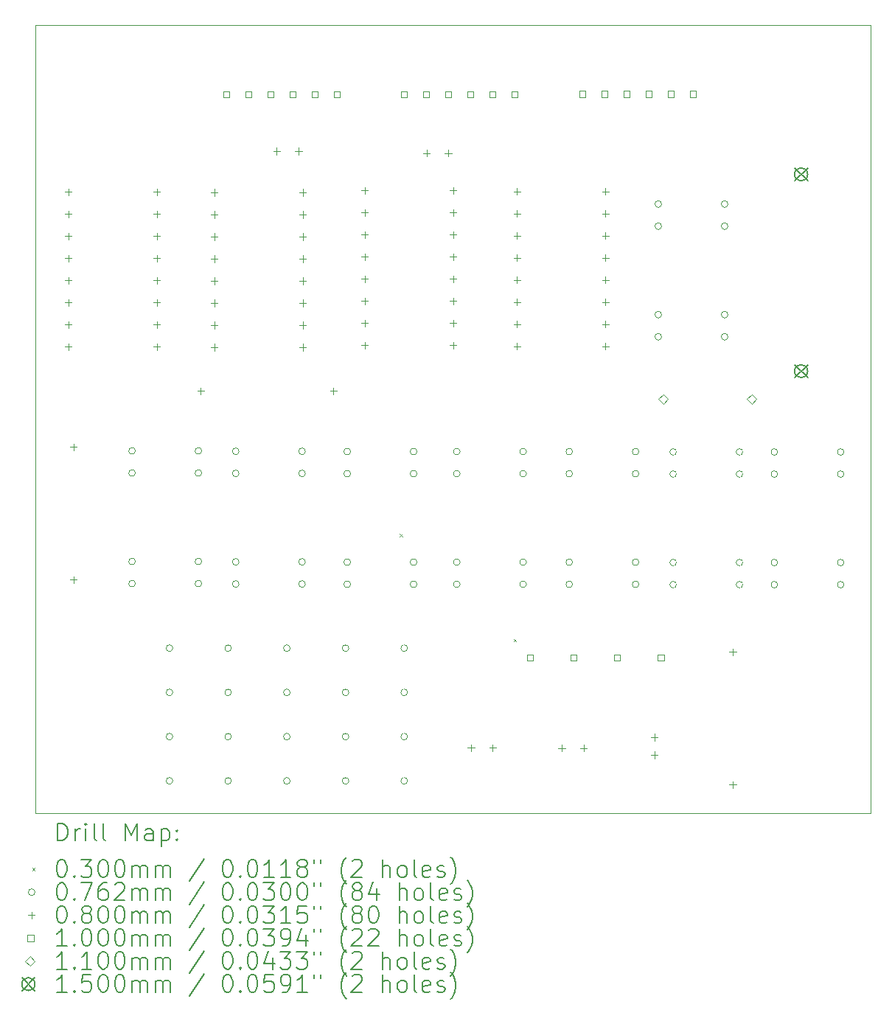
<source format=gbr>
%TF.GenerationSoftware,KiCad,Pcbnew,8.0.3*%
%TF.CreationDate,2024-06-12T05:51:10+01:00*%
%TF.ProjectId,meiaonda,6d656961-6f6e-4646-912e-6b696361645f,rev?*%
%TF.SameCoordinates,Original*%
%TF.FileFunction,Drillmap*%
%TF.FilePolarity,Positive*%
%FSLAX45Y45*%
G04 Gerber Fmt 4.5, Leading zero omitted, Abs format (unit mm)*
G04 Created by KiCad (PCBNEW 8.0.3) date 2024-06-12 05:51:10*
%MOMM*%
%LPD*%
G01*
G04 APERTURE LIST*
%ADD10C,0.050000*%
%ADD11C,0.200000*%
%ADD12C,0.100000*%
%ADD13C,0.110000*%
%ADD14C,0.150000*%
G04 APERTURE END LIST*
D10*
X8034000Y-3989000D02*
X17632000Y-3989000D01*
X17632000Y-13044000D01*
X8034000Y-13044000D01*
X8034000Y-3989000D01*
D11*
D12*
X12220360Y-9835170D02*
X12250360Y-9865170D01*
X12250360Y-9835170D02*
X12220360Y-9865170D01*
X13527350Y-11043590D02*
X13557350Y-11073590D01*
X13557350Y-11043590D02*
X13527350Y-11073590D01*
X9184100Y-8882000D02*
G75*
G02*
X9107900Y-8882000I-38100J0D01*
G01*
X9107900Y-8882000D02*
G75*
G02*
X9184100Y-8882000I38100J0D01*
G01*
X9184100Y-9136000D02*
G75*
G02*
X9107900Y-9136000I-38100J0D01*
G01*
X9107900Y-9136000D02*
G75*
G02*
X9184100Y-9136000I38100J0D01*
G01*
X9184100Y-10152000D02*
G75*
G02*
X9107900Y-10152000I-38100J0D01*
G01*
X9107900Y-10152000D02*
G75*
G02*
X9184100Y-10152000I38100J0D01*
G01*
X9184100Y-10406000D02*
G75*
G02*
X9107900Y-10406000I-38100J0D01*
G01*
X9107900Y-10406000D02*
G75*
G02*
X9184100Y-10406000I38100J0D01*
G01*
X9613940Y-11148000D02*
G75*
G02*
X9537740Y-11148000I-38100J0D01*
G01*
X9537740Y-11148000D02*
G75*
G02*
X9613940Y-11148000I38100J0D01*
G01*
X9613940Y-11656000D02*
G75*
G02*
X9537740Y-11656000I-38100J0D01*
G01*
X9537740Y-11656000D02*
G75*
G02*
X9613940Y-11656000I38100J0D01*
G01*
X9613940Y-12164000D02*
G75*
G02*
X9537740Y-12164000I-38100J0D01*
G01*
X9537740Y-12164000D02*
G75*
G02*
X9613940Y-12164000I38100J0D01*
G01*
X9613940Y-12672000D02*
G75*
G02*
X9537740Y-12672000I-38100J0D01*
G01*
X9537740Y-12672000D02*
G75*
G02*
X9613940Y-12672000I38100J0D01*
G01*
X9946100Y-8882000D02*
G75*
G02*
X9869900Y-8882000I-38100J0D01*
G01*
X9869900Y-8882000D02*
G75*
G02*
X9946100Y-8882000I38100J0D01*
G01*
X9946100Y-9136000D02*
G75*
G02*
X9869900Y-9136000I-38100J0D01*
G01*
X9869900Y-9136000D02*
G75*
G02*
X9946100Y-9136000I38100J0D01*
G01*
X9946100Y-10152000D02*
G75*
G02*
X9869900Y-10152000I-38100J0D01*
G01*
X9869900Y-10152000D02*
G75*
G02*
X9946100Y-10152000I38100J0D01*
G01*
X9946100Y-10406000D02*
G75*
G02*
X9869900Y-10406000I-38100J0D01*
G01*
X9869900Y-10406000D02*
G75*
G02*
X9946100Y-10406000I38100J0D01*
G01*
X10287980Y-11148000D02*
G75*
G02*
X10211780Y-11148000I-38100J0D01*
G01*
X10211780Y-11148000D02*
G75*
G02*
X10287980Y-11148000I38100J0D01*
G01*
X10287980Y-11656000D02*
G75*
G02*
X10211780Y-11656000I-38100J0D01*
G01*
X10211780Y-11656000D02*
G75*
G02*
X10287980Y-11656000I38100J0D01*
G01*
X10287980Y-12164000D02*
G75*
G02*
X10211780Y-12164000I-38100J0D01*
G01*
X10211780Y-12164000D02*
G75*
G02*
X10287980Y-12164000I38100J0D01*
G01*
X10287980Y-12672000D02*
G75*
G02*
X10211780Y-12672000I-38100J0D01*
G01*
X10211780Y-12672000D02*
G75*
G02*
X10287980Y-12672000I38100J0D01*
G01*
X10375100Y-8887000D02*
G75*
G02*
X10298900Y-8887000I-38100J0D01*
G01*
X10298900Y-8887000D02*
G75*
G02*
X10375100Y-8887000I38100J0D01*
G01*
X10375100Y-9141000D02*
G75*
G02*
X10298900Y-9141000I-38100J0D01*
G01*
X10298900Y-9141000D02*
G75*
G02*
X10375100Y-9141000I38100J0D01*
G01*
X10375100Y-10157000D02*
G75*
G02*
X10298900Y-10157000I-38100J0D01*
G01*
X10298900Y-10157000D02*
G75*
G02*
X10375100Y-10157000I38100J0D01*
G01*
X10375100Y-10411000D02*
G75*
G02*
X10298900Y-10411000I-38100J0D01*
G01*
X10298900Y-10411000D02*
G75*
G02*
X10375100Y-10411000I38100J0D01*
G01*
X10962020Y-11148000D02*
G75*
G02*
X10885820Y-11148000I-38100J0D01*
G01*
X10885820Y-11148000D02*
G75*
G02*
X10962020Y-11148000I38100J0D01*
G01*
X10962020Y-11656000D02*
G75*
G02*
X10885820Y-11656000I-38100J0D01*
G01*
X10885820Y-11656000D02*
G75*
G02*
X10962020Y-11656000I38100J0D01*
G01*
X10962020Y-12164000D02*
G75*
G02*
X10885820Y-12164000I-38100J0D01*
G01*
X10885820Y-12164000D02*
G75*
G02*
X10962020Y-12164000I38100J0D01*
G01*
X10962020Y-12672000D02*
G75*
G02*
X10885820Y-12672000I-38100J0D01*
G01*
X10885820Y-12672000D02*
G75*
G02*
X10962020Y-12672000I38100J0D01*
G01*
X11137100Y-8887000D02*
G75*
G02*
X11060900Y-8887000I-38100J0D01*
G01*
X11060900Y-8887000D02*
G75*
G02*
X11137100Y-8887000I38100J0D01*
G01*
X11137100Y-9141000D02*
G75*
G02*
X11060900Y-9141000I-38100J0D01*
G01*
X11060900Y-9141000D02*
G75*
G02*
X11137100Y-9141000I38100J0D01*
G01*
X11137100Y-10157000D02*
G75*
G02*
X11060900Y-10157000I-38100J0D01*
G01*
X11060900Y-10157000D02*
G75*
G02*
X11137100Y-10157000I38100J0D01*
G01*
X11137100Y-10411000D02*
G75*
G02*
X11060900Y-10411000I-38100J0D01*
G01*
X11060900Y-10411000D02*
G75*
G02*
X11137100Y-10411000I38100J0D01*
G01*
X11636060Y-11148000D02*
G75*
G02*
X11559860Y-11148000I-38100J0D01*
G01*
X11559860Y-11148000D02*
G75*
G02*
X11636060Y-11148000I38100J0D01*
G01*
X11636060Y-11656000D02*
G75*
G02*
X11559860Y-11656000I-38100J0D01*
G01*
X11559860Y-11656000D02*
G75*
G02*
X11636060Y-11656000I38100J0D01*
G01*
X11636060Y-12164000D02*
G75*
G02*
X11559860Y-12164000I-38100J0D01*
G01*
X11559860Y-12164000D02*
G75*
G02*
X11636060Y-12164000I38100J0D01*
G01*
X11636060Y-12672000D02*
G75*
G02*
X11559860Y-12672000I-38100J0D01*
G01*
X11559860Y-12672000D02*
G75*
G02*
X11636060Y-12672000I38100J0D01*
G01*
X11656100Y-8890000D02*
G75*
G02*
X11579900Y-8890000I-38100J0D01*
G01*
X11579900Y-8890000D02*
G75*
G02*
X11656100Y-8890000I38100J0D01*
G01*
X11656100Y-9144000D02*
G75*
G02*
X11579900Y-9144000I-38100J0D01*
G01*
X11579900Y-9144000D02*
G75*
G02*
X11656100Y-9144000I38100J0D01*
G01*
X11656100Y-10160000D02*
G75*
G02*
X11579900Y-10160000I-38100J0D01*
G01*
X11579900Y-10160000D02*
G75*
G02*
X11656100Y-10160000I38100J0D01*
G01*
X11656100Y-10414000D02*
G75*
G02*
X11579900Y-10414000I-38100J0D01*
G01*
X11579900Y-10414000D02*
G75*
G02*
X11656100Y-10414000I38100J0D01*
G01*
X12310100Y-11148000D02*
G75*
G02*
X12233900Y-11148000I-38100J0D01*
G01*
X12233900Y-11148000D02*
G75*
G02*
X12310100Y-11148000I38100J0D01*
G01*
X12310100Y-11656000D02*
G75*
G02*
X12233900Y-11656000I-38100J0D01*
G01*
X12233900Y-11656000D02*
G75*
G02*
X12310100Y-11656000I38100J0D01*
G01*
X12310100Y-12164000D02*
G75*
G02*
X12233900Y-12164000I-38100J0D01*
G01*
X12233900Y-12164000D02*
G75*
G02*
X12310100Y-12164000I38100J0D01*
G01*
X12310100Y-12672000D02*
G75*
G02*
X12233900Y-12672000I-38100J0D01*
G01*
X12233900Y-12672000D02*
G75*
G02*
X12310100Y-12672000I38100J0D01*
G01*
X12418100Y-8890000D02*
G75*
G02*
X12341900Y-8890000I-38100J0D01*
G01*
X12341900Y-8890000D02*
G75*
G02*
X12418100Y-8890000I38100J0D01*
G01*
X12418100Y-9144000D02*
G75*
G02*
X12341900Y-9144000I-38100J0D01*
G01*
X12341900Y-9144000D02*
G75*
G02*
X12418100Y-9144000I38100J0D01*
G01*
X12418100Y-10160000D02*
G75*
G02*
X12341900Y-10160000I-38100J0D01*
G01*
X12341900Y-10160000D02*
G75*
G02*
X12418100Y-10160000I38100J0D01*
G01*
X12418100Y-10414000D02*
G75*
G02*
X12341900Y-10414000I-38100J0D01*
G01*
X12341900Y-10414000D02*
G75*
G02*
X12418100Y-10414000I38100J0D01*
G01*
X12914100Y-8890000D02*
G75*
G02*
X12837900Y-8890000I-38100J0D01*
G01*
X12837900Y-8890000D02*
G75*
G02*
X12914100Y-8890000I38100J0D01*
G01*
X12914100Y-9144000D02*
G75*
G02*
X12837900Y-9144000I-38100J0D01*
G01*
X12837900Y-9144000D02*
G75*
G02*
X12914100Y-9144000I38100J0D01*
G01*
X12914100Y-10160000D02*
G75*
G02*
X12837900Y-10160000I-38100J0D01*
G01*
X12837900Y-10160000D02*
G75*
G02*
X12914100Y-10160000I38100J0D01*
G01*
X12914100Y-10414000D02*
G75*
G02*
X12837900Y-10414000I-38100J0D01*
G01*
X12837900Y-10414000D02*
G75*
G02*
X12914100Y-10414000I38100J0D01*
G01*
X13676100Y-8890000D02*
G75*
G02*
X13599900Y-8890000I-38100J0D01*
G01*
X13599900Y-8890000D02*
G75*
G02*
X13676100Y-8890000I38100J0D01*
G01*
X13676100Y-9144000D02*
G75*
G02*
X13599900Y-9144000I-38100J0D01*
G01*
X13599900Y-9144000D02*
G75*
G02*
X13676100Y-9144000I38100J0D01*
G01*
X13676100Y-10160000D02*
G75*
G02*
X13599900Y-10160000I-38100J0D01*
G01*
X13599900Y-10160000D02*
G75*
G02*
X13676100Y-10160000I38100J0D01*
G01*
X13676100Y-10414000D02*
G75*
G02*
X13599900Y-10414000I-38100J0D01*
G01*
X13599900Y-10414000D02*
G75*
G02*
X13676100Y-10414000I38100J0D01*
G01*
X14206100Y-8890000D02*
G75*
G02*
X14129900Y-8890000I-38100J0D01*
G01*
X14129900Y-8890000D02*
G75*
G02*
X14206100Y-8890000I38100J0D01*
G01*
X14206100Y-9144000D02*
G75*
G02*
X14129900Y-9144000I-38100J0D01*
G01*
X14129900Y-9144000D02*
G75*
G02*
X14206100Y-9144000I38100J0D01*
G01*
X14206100Y-10160000D02*
G75*
G02*
X14129900Y-10160000I-38100J0D01*
G01*
X14129900Y-10160000D02*
G75*
G02*
X14206100Y-10160000I38100J0D01*
G01*
X14206100Y-10414000D02*
G75*
G02*
X14129900Y-10414000I-38100J0D01*
G01*
X14129900Y-10414000D02*
G75*
G02*
X14206100Y-10414000I38100J0D01*
G01*
X14968100Y-8890000D02*
G75*
G02*
X14891900Y-8890000I-38100J0D01*
G01*
X14891900Y-8890000D02*
G75*
G02*
X14968100Y-8890000I38100J0D01*
G01*
X14968100Y-9144000D02*
G75*
G02*
X14891900Y-9144000I-38100J0D01*
G01*
X14891900Y-9144000D02*
G75*
G02*
X14968100Y-9144000I38100J0D01*
G01*
X14968100Y-10160000D02*
G75*
G02*
X14891900Y-10160000I-38100J0D01*
G01*
X14891900Y-10160000D02*
G75*
G02*
X14968100Y-10160000I38100J0D01*
G01*
X14968100Y-10414000D02*
G75*
G02*
X14891900Y-10414000I-38100J0D01*
G01*
X14891900Y-10414000D02*
G75*
G02*
X14968100Y-10414000I38100J0D01*
G01*
X15228100Y-6047000D02*
G75*
G02*
X15151900Y-6047000I-38100J0D01*
G01*
X15151900Y-6047000D02*
G75*
G02*
X15228100Y-6047000I38100J0D01*
G01*
X15228100Y-6301000D02*
G75*
G02*
X15151900Y-6301000I-38100J0D01*
G01*
X15151900Y-6301000D02*
G75*
G02*
X15228100Y-6301000I38100J0D01*
G01*
X15228100Y-7317000D02*
G75*
G02*
X15151900Y-7317000I-38100J0D01*
G01*
X15151900Y-7317000D02*
G75*
G02*
X15228100Y-7317000I38100J0D01*
G01*
X15228100Y-7571000D02*
G75*
G02*
X15151900Y-7571000I-38100J0D01*
G01*
X15151900Y-7571000D02*
G75*
G02*
X15228100Y-7571000I38100J0D01*
G01*
X15399100Y-8894000D02*
G75*
G02*
X15322900Y-8894000I-38100J0D01*
G01*
X15322900Y-8894000D02*
G75*
G02*
X15399100Y-8894000I38100J0D01*
G01*
X15399100Y-9148000D02*
G75*
G02*
X15322900Y-9148000I-38100J0D01*
G01*
X15322900Y-9148000D02*
G75*
G02*
X15399100Y-9148000I38100J0D01*
G01*
X15399100Y-10164000D02*
G75*
G02*
X15322900Y-10164000I-38100J0D01*
G01*
X15322900Y-10164000D02*
G75*
G02*
X15399100Y-10164000I38100J0D01*
G01*
X15399100Y-10418000D02*
G75*
G02*
X15322900Y-10418000I-38100J0D01*
G01*
X15322900Y-10418000D02*
G75*
G02*
X15399100Y-10418000I38100J0D01*
G01*
X15990100Y-6047000D02*
G75*
G02*
X15913900Y-6047000I-38100J0D01*
G01*
X15913900Y-6047000D02*
G75*
G02*
X15990100Y-6047000I38100J0D01*
G01*
X15990100Y-6301000D02*
G75*
G02*
X15913900Y-6301000I-38100J0D01*
G01*
X15913900Y-6301000D02*
G75*
G02*
X15990100Y-6301000I38100J0D01*
G01*
X15990100Y-7317000D02*
G75*
G02*
X15913900Y-7317000I-38100J0D01*
G01*
X15913900Y-7317000D02*
G75*
G02*
X15990100Y-7317000I38100J0D01*
G01*
X15990100Y-7571000D02*
G75*
G02*
X15913900Y-7571000I-38100J0D01*
G01*
X15913900Y-7571000D02*
G75*
G02*
X15990100Y-7571000I38100J0D01*
G01*
X16161100Y-8894000D02*
G75*
G02*
X16084900Y-8894000I-38100J0D01*
G01*
X16084900Y-8894000D02*
G75*
G02*
X16161100Y-8894000I38100J0D01*
G01*
X16161100Y-9148000D02*
G75*
G02*
X16084900Y-9148000I-38100J0D01*
G01*
X16084900Y-9148000D02*
G75*
G02*
X16161100Y-9148000I38100J0D01*
G01*
X16161100Y-10164000D02*
G75*
G02*
X16084900Y-10164000I-38100J0D01*
G01*
X16084900Y-10164000D02*
G75*
G02*
X16161100Y-10164000I38100J0D01*
G01*
X16161100Y-10418000D02*
G75*
G02*
X16084900Y-10418000I-38100J0D01*
G01*
X16084900Y-10418000D02*
G75*
G02*
X16161100Y-10418000I38100J0D01*
G01*
X16561100Y-8895000D02*
G75*
G02*
X16484900Y-8895000I-38100J0D01*
G01*
X16484900Y-8895000D02*
G75*
G02*
X16561100Y-8895000I38100J0D01*
G01*
X16561100Y-9149000D02*
G75*
G02*
X16484900Y-9149000I-38100J0D01*
G01*
X16484900Y-9149000D02*
G75*
G02*
X16561100Y-9149000I38100J0D01*
G01*
X16561100Y-10165000D02*
G75*
G02*
X16484900Y-10165000I-38100J0D01*
G01*
X16484900Y-10165000D02*
G75*
G02*
X16561100Y-10165000I38100J0D01*
G01*
X16561100Y-10419000D02*
G75*
G02*
X16484900Y-10419000I-38100J0D01*
G01*
X16484900Y-10419000D02*
G75*
G02*
X16561100Y-10419000I38100J0D01*
G01*
X17323100Y-8895000D02*
G75*
G02*
X17246900Y-8895000I-38100J0D01*
G01*
X17246900Y-8895000D02*
G75*
G02*
X17323100Y-8895000I38100J0D01*
G01*
X17323100Y-9149000D02*
G75*
G02*
X17246900Y-9149000I-38100J0D01*
G01*
X17246900Y-9149000D02*
G75*
G02*
X17323100Y-9149000I38100J0D01*
G01*
X17323100Y-10165000D02*
G75*
G02*
X17246900Y-10165000I-38100J0D01*
G01*
X17246900Y-10165000D02*
G75*
G02*
X17323100Y-10165000I38100J0D01*
G01*
X17323100Y-10419000D02*
G75*
G02*
X17246900Y-10419000I-38100J0D01*
G01*
X17246900Y-10419000D02*
G75*
G02*
X17323100Y-10419000I38100J0D01*
G01*
X8414000Y-5869000D02*
X8414000Y-5949000D01*
X8374000Y-5909000D02*
X8454000Y-5909000D01*
X8414000Y-6123000D02*
X8414000Y-6203000D01*
X8374000Y-6163000D02*
X8454000Y-6163000D01*
X8414000Y-6377000D02*
X8414000Y-6457000D01*
X8374000Y-6417000D02*
X8454000Y-6417000D01*
X8414000Y-6631000D02*
X8414000Y-6711000D01*
X8374000Y-6671000D02*
X8454000Y-6671000D01*
X8414000Y-6885000D02*
X8414000Y-6965000D01*
X8374000Y-6925000D02*
X8454000Y-6925000D01*
X8414000Y-7139000D02*
X8414000Y-7219000D01*
X8374000Y-7179000D02*
X8454000Y-7179000D01*
X8414000Y-7393000D02*
X8414000Y-7473000D01*
X8374000Y-7433000D02*
X8454000Y-7433000D01*
X8414000Y-7647000D02*
X8414000Y-7727000D01*
X8374000Y-7687000D02*
X8454000Y-7687000D01*
X8474000Y-8797000D02*
X8474000Y-8877000D01*
X8434000Y-8837000D02*
X8514000Y-8837000D01*
X8474000Y-10321000D02*
X8474000Y-10401000D01*
X8434000Y-10361000D02*
X8514000Y-10361000D01*
X9430000Y-5869000D02*
X9430000Y-5949000D01*
X9390000Y-5909000D02*
X9470000Y-5909000D01*
X9430000Y-6123000D02*
X9430000Y-6203000D01*
X9390000Y-6163000D02*
X9470000Y-6163000D01*
X9430000Y-6377000D02*
X9430000Y-6457000D01*
X9390000Y-6417000D02*
X9470000Y-6417000D01*
X9430000Y-6631000D02*
X9430000Y-6711000D01*
X9390000Y-6671000D02*
X9470000Y-6671000D01*
X9430000Y-6885000D02*
X9430000Y-6965000D01*
X9390000Y-6925000D02*
X9470000Y-6925000D01*
X9430000Y-7139000D02*
X9430000Y-7219000D01*
X9390000Y-7179000D02*
X9470000Y-7179000D01*
X9430000Y-7393000D02*
X9430000Y-7473000D01*
X9390000Y-7433000D02*
X9470000Y-7433000D01*
X9430000Y-7647000D02*
X9430000Y-7727000D01*
X9390000Y-7687000D02*
X9470000Y-7687000D01*
X9937000Y-8154000D02*
X9937000Y-8234000D01*
X9897000Y-8194000D02*
X9977000Y-8194000D01*
X10091000Y-5875000D02*
X10091000Y-5955000D01*
X10051000Y-5915000D02*
X10131000Y-5915000D01*
X10091000Y-6129000D02*
X10091000Y-6209000D01*
X10051000Y-6169000D02*
X10131000Y-6169000D01*
X10091000Y-6383000D02*
X10091000Y-6463000D01*
X10051000Y-6423000D02*
X10131000Y-6423000D01*
X10091000Y-6637000D02*
X10091000Y-6717000D01*
X10051000Y-6677000D02*
X10131000Y-6677000D01*
X10091000Y-6891000D02*
X10091000Y-6971000D01*
X10051000Y-6931000D02*
X10131000Y-6931000D01*
X10091000Y-7145000D02*
X10091000Y-7225000D01*
X10051000Y-7185000D02*
X10131000Y-7185000D01*
X10091000Y-7399000D02*
X10091000Y-7479000D01*
X10051000Y-7439000D02*
X10131000Y-7439000D01*
X10091000Y-7653000D02*
X10091000Y-7733000D01*
X10051000Y-7693000D02*
X10131000Y-7693000D01*
X10808000Y-5399000D02*
X10808000Y-5479000D01*
X10768000Y-5439000D02*
X10848000Y-5439000D01*
X11058000Y-5399000D02*
X11058000Y-5479000D01*
X11018000Y-5439000D02*
X11098000Y-5439000D01*
X11107000Y-5875000D02*
X11107000Y-5955000D01*
X11067000Y-5915000D02*
X11147000Y-5915000D01*
X11107000Y-6129000D02*
X11107000Y-6209000D01*
X11067000Y-6169000D02*
X11147000Y-6169000D01*
X11107000Y-6383000D02*
X11107000Y-6463000D01*
X11067000Y-6423000D02*
X11147000Y-6423000D01*
X11107000Y-6637000D02*
X11107000Y-6717000D01*
X11067000Y-6677000D02*
X11147000Y-6677000D01*
X11107000Y-6891000D02*
X11107000Y-6971000D01*
X11067000Y-6931000D02*
X11147000Y-6931000D01*
X11107000Y-7145000D02*
X11107000Y-7225000D01*
X11067000Y-7185000D02*
X11147000Y-7185000D01*
X11107000Y-7399000D02*
X11107000Y-7479000D01*
X11067000Y-7439000D02*
X11147000Y-7439000D01*
X11107000Y-7653000D02*
X11107000Y-7733000D01*
X11067000Y-7693000D02*
X11147000Y-7693000D01*
X11461000Y-8154000D02*
X11461000Y-8234000D01*
X11421000Y-8194000D02*
X11501000Y-8194000D01*
X11817000Y-5851000D02*
X11817000Y-5931000D01*
X11777000Y-5891000D02*
X11857000Y-5891000D01*
X11817000Y-6105000D02*
X11817000Y-6185000D01*
X11777000Y-6145000D02*
X11857000Y-6145000D01*
X11817000Y-6359000D02*
X11817000Y-6439000D01*
X11777000Y-6399000D02*
X11857000Y-6399000D01*
X11817000Y-6613000D02*
X11817000Y-6693000D01*
X11777000Y-6653000D02*
X11857000Y-6653000D01*
X11817000Y-6867000D02*
X11817000Y-6947000D01*
X11777000Y-6907000D02*
X11857000Y-6907000D01*
X11817000Y-7121000D02*
X11817000Y-7201000D01*
X11777000Y-7161000D02*
X11857000Y-7161000D01*
X11817000Y-7375000D02*
X11817000Y-7455000D01*
X11777000Y-7415000D02*
X11857000Y-7415000D01*
X11817000Y-7629000D02*
X11817000Y-7709000D01*
X11777000Y-7669000D02*
X11857000Y-7669000D01*
X12529000Y-5423000D02*
X12529000Y-5503000D01*
X12489000Y-5463000D02*
X12569000Y-5463000D01*
X12779000Y-5423000D02*
X12779000Y-5503000D01*
X12739000Y-5463000D02*
X12819000Y-5463000D01*
X12833000Y-5851000D02*
X12833000Y-5931000D01*
X12793000Y-5891000D02*
X12873000Y-5891000D01*
X12833000Y-6105000D02*
X12833000Y-6185000D01*
X12793000Y-6145000D02*
X12873000Y-6145000D01*
X12833000Y-6359000D02*
X12833000Y-6439000D01*
X12793000Y-6399000D02*
X12873000Y-6399000D01*
X12833000Y-6613000D02*
X12833000Y-6693000D01*
X12793000Y-6653000D02*
X12873000Y-6653000D01*
X12833000Y-6867000D02*
X12833000Y-6947000D01*
X12793000Y-6907000D02*
X12873000Y-6907000D01*
X12833000Y-7121000D02*
X12833000Y-7201000D01*
X12793000Y-7161000D02*
X12873000Y-7161000D01*
X12833000Y-7375000D02*
X12833000Y-7455000D01*
X12793000Y-7415000D02*
X12873000Y-7415000D01*
X12833000Y-7629000D02*
X12833000Y-7709000D01*
X12793000Y-7669000D02*
X12873000Y-7669000D01*
X13038762Y-12253000D02*
X13038762Y-12333000D01*
X12998762Y-12293000D02*
X13078762Y-12293000D01*
X13288762Y-12253000D02*
X13288762Y-12333000D01*
X13248762Y-12293000D02*
X13328762Y-12293000D01*
X13567000Y-5863000D02*
X13567000Y-5943000D01*
X13527000Y-5903000D02*
X13607000Y-5903000D01*
X13567000Y-6117000D02*
X13567000Y-6197000D01*
X13527000Y-6157000D02*
X13607000Y-6157000D01*
X13567000Y-6371000D02*
X13567000Y-6451000D01*
X13527000Y-6411000D02*
X13607000Y-6411000D01*
X13567000Y-6625000D02*
X13567000Y-6705000D01*
X13527000Y-6665000D02*
X13607000Y-6665000D01*
X13567000Y-6879000D02*
X13567000Y-6959000D01*
X13527000Y-6919000D02*
X13607000Y-6919000D01*
X13567000Y-7133000D02*
X13567000Y-7213000D01*
X13527000Y-7173000D02*
X13607000Y-7173000D01*
X13567000Y-7387000D02*
X13567000Y-7467000D01*
X13527000Y-7427000D02*
X13607000Y-7427000D01*
X13567000Y-7641000D02*
X13567000Y-7721000D01*
X13527000Y-7681000D02*
X13607000Y-7681000D01*
X14082000Y-12254000D02*
X14082000Y-12334000D01*
X14042000Y-12294000D02*
X14122000Y-12294000D01*
X14332000Y-12254000D02*
X14332000Y-12334000D01*
X14292000Y-12294000D02*
X14372000Y-12294000D01*
X14583000Y-5863000D02*
X14583000Y-5943000D01*
X14543000Y-5903000D02*
X14623000Y-5903000D01*
X14583000Y-6117000D02*
X14583000Y-6197000D01*
X14543000Y-6157000D02*
X14623000Y-6157000D01*
X14583000Y-6371000D02*
X14583000Y-6451000D01*
X14543000Y-6411000D02*
X14623000Y-6411000D01*
X14583000Y-6625000D02*
X14583000Y-6705000D01*
X14543000Y-6665000D02*
X14623000Y-6665000D01*
X14583000Y-6879000D02*
X14583000Y-6959000D01*
X14543000Y-6919000D02*
X14623000Y-6919000D01*
X14583000Y-7133000D02*
X14583000Y-7213000D01*
X14543000Y-7173000D02*
X14623000Y-7173000D01*
X14583000Y-7387000D02*
X14583000Y-7467000D01*
X14543000Y-7427000D02*
X14623000Y-7427000D01*
X14583000Y-7641000D02*
X14583000Y-7721000D01*
X14543000Y-7681000D02*
X14623000Y-7681000D01*
X15146000Y-12132000D02*
X15146000Y-12212000D01*
X15106000Y-12172000D02*
X15186000Y-12172000D01*
X15146000Y-12332000D02*
X15146000Y-12412000D01*
X15106000Y-12372000D02*
X15186000Y-12372000D01*
X16045000Y-11152000D02*
X16045000Y-11232000D01*
X16005000Y-11192000D02*
X16085000Y-11192000D01*
X16045000Y-12676000D02*
X16045000Y-12756000D01*
X16005000Y-12716000D02*
X16085000Y-12716000D01*
X10266356Y-4820356D02*
X10266356Y-4749644D01*
X10195644Y-4749644D01*
X10195644Y-4820356D01*
X10266356Y-4820356D01*
X10520356Y-4820356D02*
X10520356Y-4749644D01*
X10449644Y-4749644D01*
X10449644Y-4820356D01*
X10520356Y-4820356D01*
X10774356Y-4820356D02*
X10774356Y-4749644D01*
X10703644Y-4749644D01*
X10703644Y-4820356D01*
X10774356Y-4820356D01*
X11028356Y-4820356D02*
X11028356Y-4749644D01*
X10957644Y-4749644D01*
X10957644Y-4820356D01*
X11028356Y-4820356D01*
X11282356Y-4820356D02*
X11282356Y-4749644D01*
X11211644Y-4749644D01*
X11211644Y-4820356D01*
X11282356Y-4820356D01*
X11536356Y-4820356D02*
X11536356Y-4749644D01*
X11465644Y-4749644D01*
X11465644Y-4820356D01*
X11536356Y-4820356D01*
X12303356Y-4821356D02*
X12303356Y-4750644D01*
X12232644Y-4750644D01*
X12232644Y-4821356D01*
X12303356Y-4821356D01*
X12557356Y-4821356D02*
X12557356Y-4750644D01*
X12486644Y-4750644D01*
X12486644Y-4821356D01*
X12557356Y-4821356D01*
X12811356Y-4821356D02*
X12811356Y-4750644D01*
X12740644Y-4750644D01*
X12740644Y-4821356D01*
X12811356Y-4821356D01*
X13065356Y-4821356D02*
X13065356Y-4750644D01*
X12994644Y-4750644D01*
X12994644Y-4821356D01*
X13065356Y-4821356D01*
X13319356Y-4821356D02*
X13319356Y-4750644D01*
X13248644Y-4750644D01*
X13248644Y-4821356D01*
X13319356Y-4821356D01*
X13573356Y-4821356D02*
X13573356Y-4750644D01*
X13502644Y-4750644D01*
X13502644Y-4821356D01*
X13573356Y-4821356D01*
X13754356Y-11292356D02*
X13754356Y-11221644D01*
X13683644Y-11221644D01*
X13683644Y-11292356D01*
X13754356Y-11292356D01*
X14254356Y-11292356D02*
X14254356Y-11221644D01*
X14183644Y-11221644D01*
X14183644Y-11292356D01*
X14254356Y-11292356D01*
X14356356Y-4817356D02*
X14356356Y-4746644D01*
X14285644Y-4746644D01*
X14285644Y-4817356D01*
X14356356Y-4817356D01*
X14610356Y-4817356D02*
X14610356Y-4746644D01*
X14539644Y-4746644D01*
X14539644Y-4817356D01*
X14610356Y-4817356D01*
X14754356Y-11292356D02*
X14754356Y-11221644D01*
X14683644Y-11221644D01*
X14683644Y-11292356D01*
X14754356Y-11292356D01*
X14864356Y-4817356D02*
X14864356Y-4746644D01*
X14793644Y-4746644D01*
X14793644Y-4817356D01*
X14864356Y-4817356D01*
X15118356Y-4817356D02*
X15118356Y-4746644D01*
X15047644Y-4746644D01*
X15047644Y-4817356D01*
X15118356Y-4817356D01*
X15254356Y-11292356D02*
X15254356Y-11221644D01*
X15183644Y-11221644D01*
X15183644Y-11292356D01*
X15254356Y-11292356D01*
X15372356Y-4817356D02*
X15372356Y-4746644D01*
X15301644Y-4746644D01*
X15301644Y-4817356D01*
X15372356Y-4817356D01*
X15626356Y-4817356D02*
X15626356Y-4746644D01*
X15555644Y-4746644D01*
X15555644Y-4817356D01*
X15626356Y-4817356D01*
D13*
X15246000Y-8343000D02*
X15301000Y-8288000D01*
X15246000Y-8233000D01*
X15191000Y-8288000D01*
X15246000Y-8343000D01*
X16262000Y-8343000D02*
X16317000Y-8288000D01*
X16262000Y-8233000D01*
X16207000Y-8288000D01*
X16262000Y-8343000D01*
D14*
X16756000Y-5631000D02*
X16906000Y-5781000D01*
X16906000Y-5631000D02*
X16756000Y-5781000D01*
X16906000Y-5706000D02*
G75*
G02*
X16756000Y-5706000I-75000J0D01*
G01*
X16756000Y-5706000D02*
G75*
G02*
X16906000Y-5706000I75000J0D01*
G01*
X16756000Y-7891000D02*
X16906000Y-8041000D01*
X16906000Y-7891000D02*
X16756000Y-8041000D01*
X16906000Y-7966000D02*
G75*
G02*
X16756000Y-7966000I-75000J0D01*
G01*
X16756000Y-7966000D02*
G75*
G02*
X16906000Y-7966000I75000J0D01*
G01*
D11*
X8292277Y-13357984D02*
X8292277Y-13157984D01*
X8292277Y-13157984D02*
X8339896Y-13157984D01*
X8339896Y-13157984D02*
X8368467Y-13167508D01*
X8368467Y-13167508D02*
X8387515Y-13186555D01*
X8387515Y-13186555D02*
X8397039Y-13205603D01*
X8397039Y-13205603D02*
X8406563Y-13243698D01*
X8406563Y-13243698D02*
X8406563Y-13272269D01*
X8406563Y-13272269D02*
X8397039Y-13310365D01*
X8397039Y-13310365D02*
X8387515Y-13329412D01*
X8387515Y-13329412D02*
X8368467Y-13348460D01*
X8368467Y-13348460D02*
X8339896Y-13357984D01*
X8339896Y-13357984D02*
X8292277Y-13357984D01*
X8492277Y-13357984D02*
X8492277Y-13224650D01*
X8492277Y-13262746D02*
X8501801Y-13243698D01*
X8501801Y-13243698D02*
X8511324Y-13234174D01*
X8511324Y-13234174D02*
X8530372Y-13224650D01*
X8530372Y-13224650D02*
X8549420Y-13224650D01*
X8616086Y-13357984D02*
X8616086Y-13224650D01*
X8616086Y-13157984D02*
X8606563Y-13167508D01*
X8606563Y-13167508D02*
X8616086Y-13177031D01*
X8616086Y-13177031D02*
X8625610Y-13167508D01*
X8625610Y-13167508D02*
X8616086Y-13157984D01*
X8616086Y-13157984D02*
X8616086Y-13177031D01*
X8739896Y-13357984D02*
X8720848Y-13348460D01*
X8720848Y-13348460D02*
X8711324Y-13329412D01*
X8711324Y-13329412D02*
X8711324Y-13157984D01*
X8844658Y-13357984D02*
X8825610Y-13348460D01*
X8825610Y-13348460D02*
X8816086Y-13329412D01*
X8816086Y-13329412D02*
X8816086Y-13157984D01*
X9073229Y-13357984D02*
X9073229Y-13157984D01*
X9073229Y-13157984D02*
X9139896Y-13300841D01*
X9139896Y-13300841D02*
X9206563Y-13157984D01*
X9206563Y-13157984D02*
X9206563Y-13357984D01*
X9387515Y-13357984D02*
X9387515Y-13253222D01*
X9387515Y-13253222D02*
X9377991Y-13234174D01*
X9377991Y-13234174D02*
X9358944Y-13224650D01*
X9358944Y-13224650D02*
X9320848Y-13224650D01*
X9320848Y-13224650D02*
X9301801Y-13234174D01*
X9387515Y-13348460D02*
X9368467Y-13357984D01*
X9368467Y-13357984D02*
X9320848Y-13357984D01*
X9320848Y-13357984D02*
X9301801Y-13348460D01*
X9301801Y-13348460D02*
X9292277Y-13329412D01*
X9292277Y-13329412D02*
X9292277Y-13310365D01*
X9292277Y-13310365D02*
X9301801Y-13291317D01*
X9301801Y-13291317D02*
X9320848Y-13281793D01*
X9320848Y-13281793D02*
X9368467Y-13281793D01*
X9368467Y-13281793D02*
X9387515Y-13272269D01*
X9482753Y-13224650D02*
X9482753Y-13424650D01*
X9482753Y-13234174D02*
X9501801Y-13224650D01*
X9501801Y-13224650D02*
X9539896Y-13224650D01*
X9539896Y-13224650D02*
X9558944Y-13234174D01*
X9558944Y-13234174D02*
X9568467Y-13243698D01*
X9568467Y-13243698D02*
X9577991Y-13262746D01*
X9577991Y-13262746D02*
X9577991Y-13319888D01*
X9577991Y-13319888D02*
X9568467Y-13338936D01*
X9568467Y-13338936D02*
X9558944Y-13348460D01*
X9558944Y-13348460D02*
X9539896Y-13357984D01*
X9539896Y-13357984D02*
X9501801Y-13357984D01*
X9501801Y-13357984D02*
X9482753Y-13348460D01*
X9663705Y-13338936D02*
X9673229Y-13348460D01*
X9673229Y-13348460D02*
X9663705Y-13357984D01*
X9663705Y-13357984D02*
X9654182Y-13348460D01*
X9654182Y-13348460D02*
X9663705Y-13338936D01*
X9663705Y-13338936D02*
X9663705Y-13357984D01*
X9663705Y-13234174D02*
X9673229Y-13243698D01*
X9673229Y-13243698D02*
X9663705Y-13253222D01*
X9663705Y-13253222D02*
X9654182Y-13243698D01*
X9654182Y-13243698D02*
X9663705Y-13234174D01*
X9663705Y-13234174D02*
X9663705Y-13253222D01*
D12*
X8001500Y-13671500D02*
X8031500Y-13701500D01*
X8031500Y-13671500D02*
X8001500Y-13701500D01*
D11*
X8330372Y-13577984D02*
X8349420Y-13577984D01*
X8349420Y-13577984D02*
X8368467Y-13587508D01*
X8368467Y-13587508D02*
X8377991Y-13597031D01*
X8377991Y-13597031D02*
X8387515Y-13616079D01*
X8387515Y-13616079D02*
X8397039Y-13654174D01*
X8397039Y-13654174D02*
X8397039Y-13701793D01*
X8397039Y-13701793D02*
X8387515Y-13739888D01*
X8387515Y-13739888D02*
X8377991Y-13758936D01*
X8377991Y-13758936D02*
X8368467Y-13768460D01*
X8368467Y-13768460D02*
X8349420Y-13777984D01*
X8349420Y-13777984D02*
X8330372Y-13777984D01*
X8330372Y-13777984D02*
X8311324Y-13768460D01*
X8311324Y-13768460D02*
X8301801Y-13758936D01*
X8301801Y-13758936D02*
X8292277Y-13739888D01*
X8292277Y-13739888D02*
X8282753Y-13701793D01*
X8282753Y-13701793D02*
X8282753Y-13654174D01*
X8282753Y-13654174D02*
X8292277Y-13616079D01*
X8292277Y-13616079D02*
X8301801Y-13597031D01*
X8301801Y-13597031D02*
X8311324Y-13587508D01*
X8311324Y-13587508D02*
X8330372Y-13577984D01*
X8482753Y-13758936D02*
X8492277Y-13768460D01*
X8492277Y-13768460D02*
X8482753Y-13777984D01*
X8482753Y-13777984D02*
X8473229Y-13768460D01*
X8473229Y-13768460D02*
X8482753Y-13758936D01*
X8482753Y-13758936D02*
X8482753Y-13777984D01*
X8558944Y-13577984D02*
X8682753Y-13577984D01*
X8682753Y-13577984D02*
X8616086Y-13654174D01*
X8616086Y-13654174D02*
X8644658Y-13654174D01*
X8644658Y-13654174D02*
X8663705Y-13663698D01*
X8663705Y-13663698D02*
X8673229Y-13673222D01*
X8673229Y-13673222D02*
X8682753Y-13692269D01*
X8682753Y-13692269D02*
X8682753Y-13739888D01*
X8682753Y-13739888D02*
X8673229Y-13758936D01*
X8673229Y-13758936D02*
X8663705Y-13768460D01*
X8663705Y-13768460D02*
X8644658Y-13777984D01*
X8644658Y-13777984D02*
X8587515Y-13777984D01*
X8587515Y-13777984D02*
X8568467Y-13768460D01*
X8568467Y-13768460D02*
X8558944Y-13758936D01*
X8806563Y-13577984D02*
X8825610Y-13577984D01*
X8825610Y-13577984D02*
X8844658Y-13587508D01*
X8844658Y-13587508D02*
X8854182Y-13597031D01*
X8854182Y-13597031D02*
X8863705Y-13616079D01*
X8863705Y-13616079D02*
X8873229Y-13654174D01*
X8873229Y-13654174D02*
X8873229Y-13701793D01*
X8873229Y-13701793D02*
X8863705Y-13739888D01*
X8863705Y-13739888D02*
X8854182Y-13758936D01*
X8854182Y-13758936D02*
X8844658Y-13768460D01*
X8844658Y-13768460D02*
X8825610Y-13777984D01*
X8825610Y-13777984D02*
X8806563Y-13777984D01*
X8806563Y-13777984D02*
X8787515Y-13768460D01*
X8787515Y-13768460D02*
X8777991Y-13758936D01*
X8777991Y-13758936D02*
X8768467Y-13739888D01*
X8768467Y-13739888D02*
X8758944Y-13701793D01*
X8758944Y-13701793D02*
X8758944Y-13654174D01*
X8758944Y-13654174D02*
X8768467Y-13616079D01*
X8768467Y-13616079D02*
X8777991Y-13597031D01*
X8777991Y-13597031D02*
X8787515Y-13587508D01*
X8787515Y-13587508D02*
X8806563Y-13577984D01*
X8997039Y-13577984D02*
X9016086Y-13577984D01*
X9016086Y-13577984D02*
X9035134Y-13587508D01*
X9035134Y-13587508D02*
X9044658Y-13597031D01*
X9044658Y-13597031D02*
X9054182Y-13616079D01*
X9054182Y-13616079D02*
X9063705Y-13654174D01*
X9063705Y-13654174D02*
X9063705Y-13701793D01*
X9063705Y-13701793D02*
X9054182Y-13739888D01*
X9054182Y-13739888D02*
X9044658Y-13758936D01*
X9044658Y-13758936D02*
X9035134Y-13768460D01*
X9035134Y-13768460D02*
X9016086Y-13777984D01*
X9016086Y-13777984D02*
X8997039Y-13777984D01*
X8997039Y-13777984D02*
X8977991Y-13768460D01*
X8977991Y-13768460D02*
X8968467Y-13758936D01*
X8968467Y-13758936D02*
X8958944Y-13739888D01*
X8958944Y-13739888D02*
X8949420Y-13701793D01*
X8949420Y-13701793D02*
X8949420Y-13654174D01*
X8949420Y-13654174D02*
X8958944Y-13616079D01*
X8958944Y-13616079D02*
X8968467Y-13597031D01*
X8968467Y-13597031D02*
X8977991Y-13587508D01*
X8977991Y-13587508D02*
X8997039Y-13577984D01*
X9149420Y-13777984D02*
X9149420Y-13644650D01*
X9149420Y-13663698D02*
X9158944Y-13654174D01*
X9158944Y-13654174D02*
X9177991Y-13644650D01*
X9177991Y-13644650D02*
X9206563Y-13644650D01*
X9206563Y-13644650D02*
X9225610Y-13654174D01*
X9225610Y-13654174D02*
X9235134Y-13673222D01*
X9235134Y-13673222D02*
X9235134Y-13777984D01*
X9235134Y-13673222D02*
X9244658Y-13654174D01*
X9244658Y-13654174D02*
X9263705Y-13644650D01*
X9263705Y-13644650D02*
X9292277Y-13644650D01*
X9292277Y-13644650D02*
X9311325Y-13654174D01*
X9311325Y-13654174D02*
X9320848Y-13673222D01*
X9320848Y-13673222D02*
X9320848Y-13777984D01*
X9416086Y-13777984D02*
X9416086Y-13644650D01*
X9416086Y-13663698D02*
X9425610Y-13654174D01*
X9425610Y-13654174D02*
X9444658Y-13644650D01*
X9444658Y-13644650D02*
X9473229Y-13644650D01*
X9473229Y-13644650D02*
X9492277Y-13654174D01*
X9492277Y-13654174D02*
X9501801Y-13673222D01*
X9501801Y-13673222D02*
X9501801Y-13777984D01*
X9501801Y-13673222D02*
X9511325Y-13654174D01*
X9511325Y-13654174D02*
X9530372Y-13644650D01*
X9530372Y-13644650D02*
X9558944Y-13644650D01*
X9558944Y-13644650D02*
X9577991Y-13654174D01*
X9577991Y-13654174D02*
X9587515Y-13673222D01*
X9587515Y-13673222D02*
X9587515Y-13777984D01*
X9977991Y-13568460D02*
X9806563Y-13825603D01*
X10235134Y-13577984D02*
X10254182Y-13577984D01*
X10254182Y-13577984D02*
X10273229Y-13587508D01*
X10273229Y-13587508D02*
X10282753Y-13597031D01*
X10282753Y-13597031D02*
X10292277Y-13616079D01*
X10292277Y-13616079D02*
X10301801Y-13654174D01*
X10301801Y-13654174D02*
X10301801Y-13701793D01*
X10301801Y-13701793D02*
X10292277Y-13739888D01*
X10292277Y-13739888D02*
X10282753Y-13758936D01*
X10282753Y-13758936D02*
X10273229Y-13768460D01*
X10273229Y-13768460D02*
X10254182Y-13777984D01*
X10254182Y-13777984D02*
X10235134Y-13777984D01*
X10235134Y-13777984D02*
X10216087Y-13768460D01*
X10216087Y-13768460D02*
X10206563Y-13758936D01*
X10206563Y-13758936D02*
X10197039Y-13739888D01*
X10197039Y-13739888D02*
X10187515Y-13701793D01*
X10187515Y-13701793D02*
X10187515Y-13654174D01*
X10187515Y-13654174D02*
X10197039Y-13616079D01*
X10197039Y-13616079D02*
X10206563Y-13597031D01*
X10206563Y-13597031D02*
X10216087Y-13587508D01*
X10216087Y-13587508D02*
X10235134Y-13577984D01*
X10387515Y-13758936D02*
X10397039Y-13768460D01*
X10397039Y-13768460D02*
X10387515Y-13777984D01*
X10387515Y-13777984D02*
X10377991Y-13768460D01*
X10377991Y-13768460D02*
X10387515Y-13758936D01*
X10387515Y-13758936D02*
X10387515Y-13777984D01*
X10520848Y-13577984D02*
X10539896Y-13577984D01*
X10539896Y-13577984D02*
X10558944Y-13587508D01*
X10558944Y-13587508D02*
X10568468Y-13597031D01*
X10568468Y-13597031D02*
X10577991Y-13616079D01*
X10577991Y-13616079D02*
X10587515Y-13654174D01*
X10587515Y-13654174D02*
X10587515Y-13701793D01*
X10587515Y-13701793D02*
X10577991Y-13739888D01*
X10577991Y-13739888D02*
X10568468Y-13758936D01*
X10568468Y-13758936D02*
X10558944Y-13768460D01*
X10558944Y-13768460D02*
X10539896Y-13777984D01*
X10539896Y-13777984D02*
X10520848Y-13777984D01*
X10520848Y-13777984D02*
X10501801Y-13768460D01*
X10501801Y-13768460D02*
X10492277Y-13758936D01*
X10492277Y-13758936D02*
X10482753Y-13739888D01*
X10482753Y-13739888D02*
X10473229Y-13701793D01*
X10473229Y-13701793D02*
X10473229Y-13654174D01*
X10473229Y-13654174D02*
X10482753Y-13616079D01*
X10482753Y-13616079D02*
X10492277Y-13597031D01*
X10492277Y-13597031D02*
X10501801Y-13587508D01*
X10501801Y-13587508D02*
X10520848Y-13577984D01*
X10777991Y-13777984D02*
X10663706Y-13777984D01*
X10720848Y-13777984D02*
X10720848Y-13577984D01*
X10720848Y-13577984D02*
X10701801Y-13606555D01*
X10701801Y-13606555D02*
X10682753Y-13625603D01*
X10682753Y-13625603D02*
X10663706Y-13635127D01*
X10968468Y-13777984D02*
X10854182Y-13777984D01*
X10911325Y-13777984D02*
X10911325Y-13577984D01*
X10911325Y-13577984D02*
X10892277Y-13606555D01*
X10892277Y-13606555D02*
X10873229Y-13625603D01*
X10873229Y-13625603D02*
X10854182Y-13635127D01*
X11082753Y-13663698D02*
X11063706Y-13654174D01*
X11063706Y-13654174D02*
X11054182Y-13644650D01*
X11054182Y-13644650D02*
X11044658Y-13625603D01*
X11044658Y-13625603D02*
X11044658Y-13616079D01*
X11044658Y-13616079D02*
X11054182Y-13597031D01*
X11054182Y-13597031D02*
X11063706Y-13587508D01*
X11063706Y-13587508D02*
X11082753Y-13577984D01*
X11082753Y-13577984D02*
X11120849Y-13577984D01*
X11120849Y-13577984D02*
X11139896Y-13587508D01*
X11139896Y-13587508D02*
X11149420Y-13597031D01*
X11149420Y-13597031D02*
X11158944Y-13616079D01*
X11158944Y-13616079D02*
X11158944Y-13625603D01*
X11158944Y-13625603D02*
X11149420Y-13644650D01*
X11149420Y-13644650D02*
X11139896Y-13654174D01*
X11139896Y-13654174D02*
X11120849Y-13663698D01*
X11120849Y-13663698D02*
X11082753Y-13663698D01*
X11082753Y-13663698D02*
X11063706Y-13673222D01*
X11063706Y-13673222D02*
X11054182Y-13682746D01*
X11054182Y-13682746D02*
X11044658Y-13701793D01*
X11044658Y-13701793D02*
X11044658Y-13739888D01*
X11044658Y-13739888D02*
X11054182Y-13758936D01*
X11054182Y-13758936D02*
X11063706Y-13768460D01*
X11063706Y-13768460D02*
X11082753Y-13777984D01*
X11082753Y-13777984D02*
X11120849Y-13777984D01*
X11120849Y-13777984D02*
X11139896Y-13768460D01*
X11139896Y-13768460D02*
X11149420Y-13758936D01*
X11149420Y-13758936D02*
X11158944Y-13739888D01*
X11158944Y-13739888D02*
X11158944Y-13701793D01*
X11158944Y-13701793D02*
X11149420Y-13682746D01*
X11149420Y-13682746D02*
X11139896Y-13673222D01*
X11139896Y-13673222D02*
X11120849Y-13663698D01*
X11235134Y-13577984D02*
X11235134Y-13616079D01*
X11311325Y-13577984D02*
X11311325Y-13616079D01*
X11606563Y-13854174D02*
X11597039Y-13844650D01*
X11597039Y-13844650D02*
X11577991Y-13816079D01*
X11577991Y-13816079D02*
X11568468Y-13797031D01*
X11568468Y-13797031D02*
X11558944Y-13768460D01*
X11558944Y-13768460D02*
X11549420Y-13720841D01*
X11549420Y-13720841D02*
X11549420Y-13682746D01*
X11549420Y-13682746D02*
X11558944Y-13635127D01*
X11558944Y-13635127D02*
X11568468Y-13606555D01*
X11568468Y-13606555D02*
X11577991Y-13587508D01*
X11577991Y-13587508D02*
X11597039Y-13558936D01*
X11597039Y-13558936D02*
X11606563Y-13549412D01*
X11673229Y-13597031D02*
X11682753Y-13587508D01*
X11682753Y-13587508D02*
X11701801Y-13577984D01*
X11701801Y-13577984D02*
X11749420Y-13577984D01*
X11749420Y-13577984D02*
X11768468Y-13587508D01*
X11768468Y-13587508D02*
X11777991Y-13597031D01*
X11777991Y-13597031D02*
X11787515Y-13616079D01*
X11787515Y-13616079D02*
X11787515Y-13635127D01*
X11787515Y-13635127D02*
X11777991Y-13663698D01*
X11777991Y-13663698D02*
X11663706Y-13777984D01*
X11663706Y-13777984D02*
X11787515Y-13777984D01*
X12025610Y-13777984D02*
X12025610Y-13577984D01*
X12111325Y-13777984D02*
X12111325Y-13673222D01*
X12111325Y-13673222D02*
X12101801Y-13654174D01*
X12101801Y-13654174D02*
X12082753Y-13644650D01*
X12082753Y-13644650D02*
X12054182Y-13644650D01*
X12054182Y-13644650D02*
X12035134Y-13654174D01*
X12035134Y-13654174D02*
X12025610Y-13663698D01*
X12235134Y-13777984D02*
X12216087Y-13768460D01*
X12216087Y-13768460D02*
X12206563Y-13758936D01*
X12206563Y-13758936D02*
X12197039Y-13739888D01*
X12197039Y-13739888D02*
X12197039Y-13682746D01*
X12197039Y-13682746D02*
X12206563Y-13663698D01*
X12206563Y-13663698D02*
X12216087Y-13654174D01*
X12216087Y-13654174D02*
X12235134Y-13644650D01*
X12235134Y-13644650D02*
X12263706Y-13644650D01*
X12263706Y-13644650D02*
X12282753Y-13654174D01*
X12282753Y-13654174D02*
X12292277Y-13663698D01*
X12292277Y-13663698D02*
X12301801Y-13682746D01*
X12301801Y-13682746D02*
X12301801Y-13739888D01*
X12301801Y-13739888D02*
X12292277Y-13758936D01*
X12292277Y-13758936D02*
X12282753Y-13768460D01*
X12282753Y-13768460D02*
X12263706Y-13777984D01*
X12263706Y-13777984D02*
X12235134Y-13777984D01*
X12416087Y-13777984D02*
X12397039Y-13768460D01*
X12397039Y-13768460D02*
X12387515Y-13749412D01*
X12387515Y-13749412D02*
X12387515Y-13577984D01*
X12568468Y-13768460D02*
X12549420Y-13777984D01*
X12549420Y-13777984D02*
X12511325Y-13777984D01*
X12511325Y-13777984D02*
X12492277Y-13768460D01*
X12492277Y-13768460D02*
X12482753Y-13749412D01*
X12482753Y-13749412D02*
X12482753Y-13673222D01*
X12482753Y-13673222D02*
X12492277Y-13654174D01*
X12492277Y-13654174D02*
X12511325Y-13644650D01*
X12511325Y-13644650D02*
X12549420Y-13644650D01*
X12549420Y-13644650D02*
X12568468Y-13654174D01*
X12568468Y-13654174D02*
X12577991Y-13673222D01*
X12577991Y-13673222D02*
X12577991Y-13692269D01*
X12577991Y-13692269D02*
X12482753Y-13711317D01*
X12654182Y-13768460D02*
X12673230Y-13777984D01*
X12673230Y-13777984D02*
X12711325Y-13777984D01*
X12711325Y-13777984D02*
X12730372Y-13768460D01*
X12730372Y-13768460D02*
X12739896Y-13749412D01*
X12739896Y-13749412D02*
X12739896Y-13739888D01*
X12739896Y-13739888D02*
X12730372Y-13720841D01*
X12730372Y-13720841D02*
X12711325Y-13711317D01*
X12711325Y-13711317D02*
X12682753Y-13711317D01*
X12682753Y-13711317D02*
X12663706Y-13701793D01*
X12663706Y-13701793D02*
X12654182Y-13682746D01*
X12654182Y-13682746D02*
X12654182Y-13673222D01*
X12654182Y-13673222D02*
X12663706Y-13654174D01*
X12663706Y-13654174D02*
X12682753Y-13644650D01*
X12682753Y-13644650D02*
X12711325Y-13644650D01*
X12711325Y-13644650D02*
X12730372Y-13654174D01*
X12806563Y-13854174D02*
X12816087Y-13844650D01*
X12816087Y-13844650D02*
X12835134Y-13816079D01*
X12835134Y-13816079D02*
X12844658Y-13797031D01*
X12844658Y-13797031D02*
X12854182Y-13768460D01*
X12854182Y-13768460D02*
X12863706Y-13720841D01*
X12863706Y-13720841D02*
X12863706Y-13682746D01*
X12863706Y-13682746D02*
X12854182Y-13635127D01*
X12854182Y-13635127D02*
X12844658Y-13606555D01*
X12844658Y-13606555D02*
X12835134Y-13587508D01*
X12835134Y-13587508D02*
X12816087Y-13558936D01*
X12816087Y-13558936D02*
X12806563Y-13549412D01*
D12*
X8031500Y-13950500D02*
G75*
G02*
X7955300Y-13950500I-38100J0D01*
G01*
X7955300Y-13950500D02*
G75*
G02*
X8031500Y-13950500I38100J0D01*
G01*
D11*
X8330372Y-13841984D02*
X8349420Y-13841984D01*
X8349420Y-13841984D02*
X8368467Y-13851508D01*
X8368467Y-13851508D02*
X8377991Y-13861031D01*
X8377991Y-13861031D02*
X8387515Y-13880079D01*
X8387515Y-13880079D02*
X8397039Y-13918174D01*
X8397039Y-13918174D02*
X8397039Y-13965793D01*
X8397039Y-13965793D02*
X8387515Y-14003888D01*
X8387515Y-14003888D02*
X8377991Y-14022936D01*
X8377991Y-14022936D02*
X8368467Y-14032460D01*
X8368467Y-14032460D02*
X8349420Y-14041984D01*
X8349420Y-14041984D02*
X8330372Y-14041984D01*
X8330372Y-14041984D02*
X8311324Y-14032460D01*
X8311324Y-14032460D02*
X8301801Y-14022936D01*
X8301801Y-14022936D02*
X8292277Y-14003888D01*
X8292277Y-14003888D02*
X8282753Y-13965793D01*
X8282753Y-13965793D02*
X8282753Y-13918174D01*
X8282753Y-13918174D02*
X8292277Y-13880079D01*
X8292277Y-13880079D02*
X8301801Y-13861031D01*
X8301801Y-13861031D02*
X8311324Y-13851508D01*
X8311324Y-13851508D02*
X8330372Y-13841984D01*
X8482753Y-14022936D02*
X8492277Y-14032460D01*
X8492277Y-14032460D02*
X8482753Y-14041984D01*
X8482753Y-14041984D02*
X8473229Y-14032460D01*
X8473229Y-14032460D02*
X8482753Y-14022936D01*
X8482753Y-14022936D02*
X8482753Y-14041984D01*
X8558944Y-13841984D02*
X8692277Y-13841984D01*
X8692277Y-13841984D02*
X8606563Y-14041984D01*
X8854182Y-13841984D02*
X8816086Y-13841984D01*
X8816086Y-13841984D02*
X8797039Y-13851508D01*
X8797039Y-13851508D02*
X8787515Y-13861031D01*
X8787515Y-13861031D02*
X8768467Y-13889603D01*
X8768467Y-13889603D02*
X8758944Y-13927698D01*
X8758944Y-13927698D02*
X8758944Y-14003888D01*
X8758944Y-14003888D02*
X8768467Y-14022936D01*
X8768467Y-14022936D02*
X8777991Y-14032460D01*
X8777991Y-14032460D02*
X8797039Y-14041984D01*
X8797039Y-14041984D02*
X8835134Y-14041984D01*
X8835134Y-14041984D02*
X8854182Y-14032460D01*
X8854182Y-14032460D02*
X8863705Y-14022936D01*
X8863705Y-14022936D02*
X8873229Y-14003888D01*
X8873229Y-14003888D02*
X8873229Y-13956269D01*
X8873229Y-13956269D02*
X8863705Y-13937222D01*
X8863705Y-13937222D02*
X8854182Y-13927698D01*
X8854182Y-13927698D02*
X8835134Y-13918174D01*
X8835134Y-13918174D02*
X8797039Y-13918174D01*
X8797039Y-13918174D02*
X8777991Y-13927698D01*
X8777991Y-13927698D02*
X8768467Y-13937222D01*
X8768467Y-13937222D02*
X8758944Y-13956269D01*
X8949420Y-13861031D02*
X8958944Y-13851508D01*
X8958944Y-13851508D02*
X8977991Y-13841984D01*
X8977991Y-13841984D02*
X9025610Y-13841984D01*
X9025610Y-13841984D02*
X9044658Y-13851508D01*
X9044658Y-13851508D02*
X9054182Y-13861031D01*
X9054182Y-13861031D02*
X9063705Y-13880079D01*
X9063705Y-13880079D02*
X9063705Y-13899127D01*
X9063705Y-13899127D02*
X9054182Y-13927698D01*
X9054182Y-13927698D02*
X8939896Y-14041984D01*
X8939896Y-14041984D02*
X9063705Y-14041984D01*
X9149420Y-14041984D02*
X9149420Y-13908650D01*
X9149420Y-13927698D02*
X9158944Y-13918174D01*
X9158944Y-13918174D02*
X9177991Y-13908650D01*
X9177991Y-13908650D02*
X9206563Y-13908650D01*
X9206563Y-13908650D02*
X9225610Y-13918174D01*
X9225610Y-13918174D02*
X9235134Y-13937222D01*
X9235134Y-13937222D02*
X9235134Y-14041984D01*
X9235134Y-13937222D02*
X9244658Y-13918174D01*
X9244658Y-13918174D02*
X9263705Y-13908650D01*
X9263705Y-13908650D02*
X9292277Y-13908650D01*
X9292277Y-13908650D02*
X9311325Y-13918174D01*
X9311325Y-13918174D02*
X9320848Y-13937222D01*
X9320848Y-13937222D02*
X9320848Y-14041984D01*
X9416086Y-14041984D02*
X9416086Y-13908650D01*
X9416086Y-13927698D02*
X9425610Y-13918174D01*
X9425610Y-13918174D02*
X9444658Y-13908650D01*
X9444658Y-13908650D02*
X9473229Y-13908650D01*
X9473229Y-13908650D02*
X9492277Y-13918174D01*
X9492277Y-13918174D02*
X9501801Y-13937222D01*
X9501801Y-13937222D02*
X9501801Y-14041984D01*
X9501801Y-13937222D02*
X9511325Y-13918174D01*
X9511325Y-13918174D02*
X9530372Y-13908650D01*
X9530372Y-13908650D02*
X9558944Y-13908650D01*
X9558944Y-13908650D02*
X9577991Y-13918174D01*
X9577991Y-13918174D02*
X9587515Y-13937222D01*
X9587515Y-13937222D02*
X9587515Y-14041984D01*
X9977991Y-13832460D02*
X9806563Y-14089603D01*
X10235134Y-13841984D02*
X10254182Y-13841984D01*
X10254182Y-13841984D02*
X10273229Y-13851508D01*
X10273229Y-13851508D02*
X10282753Y-13861031D01*
X10282753Y-13861031D02*
X10292277Y-13880079D01*
X10292277Y-13880079D02*
X10301801Y-13918174D01*
X10301801Y-13918174D02*
X10301801Y-13965793D01*
X10301801Y-13965793D02*
X10292277Y-14003888D01*
X10292277Y-14003888D02*
X10282753Y-14022936D01*
X10282753Y-14022936D02*
X10273229Y-14032460D01*
X10273229Y-14032460D02*
X10254182Y-14041984D01*
X10254182Y-14041984D02*
X10235134Y-14041984D01*
X10235134Y-14041984D02*
X10216087Y-14032460D01*
X10216087Y-14032460D02*
X10206563Y-14022936D01*
X10206563Y-14022936D02*
X10197039Y-14003888D01*
X10197039Y-14003888D02*
X10187515Y-13965793D01*
X10187515Y-13965793D02*
X10187515Y-13918174D01*
X10187515Y-13918174D02*
X10197039Y-13880079D01*
X10197039Y-13880079D02*
X10206563Y-13861031D01*
X10206563Y-13861031D02*
X10216087Y-13851508D01*
X10216087Y-13851508D02*
X10235134Y-13841984D01*
X10387515Y-14022936D02*
X10397039Y-14032460D01*
X10397039Y-14032460D02*
X10387515Y-14041984D01*
X10387515Y-14041984D02*
X10377991Y-14032460D01*
X10377991Y-14032460D02*
X10387515Y-14022936D01*
X10387515Y-14022936D02*
X10387515Y-14041984D01*
X10520848Y-13841984D02*
X10539896Y-13841984D01*
X10539896Y-13841984D02*
X10558944Y-13851508D01*
X10558944Y-13851508D02*
X10568468Y-13861031D01*
X10568468Y-13861031D02*
X10577991Y-13880079D01*
X10577991Y-13880079D02*
X10587515Y-13918174D01*
X10587515Y-13918174D02*
X10587515Y-13965793D01*
X10587515Y-13965793D02*
X10577991Y-14003888D01*
X10577991Y-14003888D02*
X10568468Y-14022936D01*
X10568468Y-14022936D02*
X10558944Y-14032460D01*
X10558944Y-14032460D02*
X10539896Y-14041984D01*
X10539896Y-14041984D02*
X10520848Y-14041984D01*
X10520848Y-14041984D02*
X10501801Y-14032460D01*
X10501801Y-14032460D02*
X10492277Y-14022936D01*
X10492277Y-14022936D02*
X10482753Y-14003888D01*
X10482753Y-14003888D02*
X10473229Y-13965793D01*
X10473229Y-13965793D02*
X10473229Y-13918174D01*
X10473229Y-13918174D02*
X10482753Y-13880079D01*
X10482753Y-13880079D02*
X10492277Y-13861031D01*
X10492277Y-13861031D02*
X10501801Y-13851508D01*
X10501801Y-13851508D02*
X10520848Y-13841984D01*
X10654182Y-13841984D02*
X10777991Y-13841984D01*
X10777991Y-13841984D02*
X10711325Y-13918174D01*
X10711325Y-13918174D02*
X10739896Y-13918174D01*
X10739896Y-13918174D02*
X10758944Y-13927698D01*
X10758944Y-13927698D02*
X10768468Y-13937222D01*
X10768468Y-13937222D02*
X10777991Y-13956269D01*
X10777991Y-13956269D02*
X10777991Y-14003888D01*
X10777991Y-14003888D02*
X10768468Y-14022936D01*
X10768468Y-14022936D02*
X10758944Y-14032460D01*
X10758944Y-14032460D02*
X10739896Y-14041984D01*
X10739896Y-14041984D02*
X10682753Y-14041984D01*
X10682753Y-14041984D02*
X10663706Y-14032460D01*
X10663706Y-14032460D02*
X10654182Y-14022936D01*
X10901801Y-13841984D02*
X10920849Y-13841984D01*
X10920849Y-13841984D02*
X10939896Y-13851508D01*
X10939896Y-13851508D02*
X10949420Y-13861031D01*
X10949420Y-13861031D02*
X10958944Y-13880079D01*
X10958944Y-13880079D02*
X10968468Y-13918174D01*
X10968468Y-13918174D02*
X10968468Y-13965793D01*
X10968468Y-13965793D02*
X10958944Y-14003888D01*
X10958944Y-14003888D02*
X10949420Y-14022936D01*
X10949420Y-14022936D02*
X10939896Y-14032460D01*
X10939896Y-14032460D02*
X10920849Y-14041984D01*
X10920849Y-14041984D02*
X10901801Y-14041984D01*
X10901801Y-14041984D02*
X10882753Y-14032460D01*
X10882753Y-14032460D02*
X10873229Y-14022936D01*
X10873229Y-14022936D02*
X10863706Y-14003888D01*
X10863706Y-14003888D02*
X10854182Y-13965793D01*
X10854182Y-13965793D02*
X10854182Y-13918174D01*
X10854182Y-13918174D02*
X10863706Y-13880079D01*
X10863706Y-13880079D02*
X10873229Y-13861031D01*
X10873229Y-13861031D02*
X10882753Y-13851508D01*
X10882753Y-13851508D02*
X10901801Y-13841984D01*
X11092277Y-13841984D02*
X11111325Y-13841984D01*
X11111325Y-13841984D02*
X11130372Y-13851508D01*
X11130372Y-13851508D02*
X11139896Y-13861031D01*
X11139896Y-13861031D02*
X11149420Y-13880079D01*
X11149420Y-13880079D02*
X11158944Y-13918174D01*
X11158944Y-13918174D02*
X11158944Y-13965793D01*
X11158944Y-13965793D02*
X11149420Y-14003888D01*
X11149420Y-14003888D02*
X11139896Y-14022936D01*
X11139896Y-14022936D02*
X11130372Y-14032460D01*
X11130372Y-14032460D02*
X11111325Y-14041984D01*
X11111325Y-14041984D02*
X11092277Y-14041984D01*
X11092277Y-14041984D02*
X11073229Y-14032460D01*
X11073229Y-14032460D02*
X11063706Y-14022936D01*
X11063706Y-14022936D02*
X11054182Y-14003888D01*
X11054182Y-14003888D02*
X11044658Y-13965793D01*
X11044658Y-13965793D02*
X11044658Y-13918174D01*
X11044658Y-13918174D02*
X11054182Y-13880079D01*
X11054182Y-13880079D02*
X11063706Y-13861031D01*
X11063706Y-13861031D02*
X11073229Y-13851508D01*
X11073229Y-13851508D02*
X11092277Y-13841984D01*
X11235134Y-13841984D02*
X11235134Y-13880079D01*
X11311325Y-13841984D02*
X11311325Y-13880079D01*
X11606563Y-14118174D02*
X11597039Y-14108650D01*
X11597039Y-14108650D02*
X11577991Y-14080079D01*
X11577991Y-14080079D02*
X11568468Y-14061031D01*
X11568468Y-14061031D02*
X11558944Y-14032460D01*
X11558944Y-14032460D02*
X11549420Y-13984841D01*
X11549420Y-13984841D02*
X11549420Y-13946746D01*
X11549420Y-13946746D02*
X11558944Y-13899127D01*
X11558944Y-13899127D02*
X11568468Y-13870555D01*
X11568468Y-13870555D02*
X11577991Y-13851508D01*
X11577991Y-13851508D02*
X11597039Y-13822936D01*
X11597039Y-13822936D02*
X11606563Y-13813412D01*
X11711325Y-13927698D02*
X11692277Y-13918174D01*
X11692277Y-13918174D02*
X11682753Y-13908650D01*
X11682753Y-13908650D02*
X11673229Y-13889603D01*
X11673229Y-13889603D02*
X11673229Y-13880079D01*
X11673229Y-13880079D02*
X11682753Y-13861031D01*
X11682753Y-13861031D02*
X11692277Y-13851508D01*
X11692277Y-13851508D02*
X11711325Y-13841984D01*
X11711325Y-13841984D02*
X11749420Y-13841984D01*
X11749420Y-13841984D02*
X11768468Y-13851508D01*
X11768468Y-13851508D02*
X11777991Y-13861031D01*
X11777991Y-13861031D02*
X11787515Y-13880079D01*
X11787515Y-13880079D02*
X11787515Y-13889603D01*
X11787515Y-13889603D02*
X11777991Y-13908650D01*
X11777991Y-13908650D02*
X11768468Y-13918174D01*
X11768468Y-13918174D02*
X11749420Y-13927698D01*
X11749420Y-13927698D02*
X11711325Y-13927698D01*
X11711325Y-13927698D02*
X11692277Y-13937222D01*
X11692277Y-13937222D02*
X11682753Y-13946746D01*
X11682753Y-13946746D02*
X11673229Y-13965793D01*
X11673229Y-13965793D02*
X11673229Y-14003888D01*
X11673229Y-14003888D02*
X11682753Y-14022936D01*
X11682753Y-14022936D02*
X11692277Y-14032460D01*
X11692277Y-14032460D02*
X11711325Y-14041984D01*
X11711325Y-14041984D02*
X11749420Y-14041984D01*
X11749420Y-14041984D02*
X11768468Y-14032460D01*
X11768468Y-14032460D02*
X11777991Y-14022936D01*
X11777991Y-14022936D02*
X11787515Y-14003888D01*
X11787515Y-14003888D02*
X11787515Y-13965793D01*
X11787515Y-13965793D02*
X11777991Y-13946746D01*
X11777991Y-13946746D02*
X11768468Y-13937222D01*
X11768468Y-13937222D02*
X11749420Y-13927698D01*
X11958944Y-13908650D02*
X11958944Y-14041984D01*
X11911325Y-13832460D02*
X11863706Y-13975317D01*
X11863706Y-13975317D02*
X11987515Y-13975317D01*
X12216087Y-14041984D02*
X12216087Y-13841984D01*
X12301801Y-14041984D02*
X12301801Y-13937222D01*
X12301801Y-13937222D02*
X12292277Y-13918174D01*
X12292277Y-13918174D02*
X12273230Y-13908650D01*
X12273230Y-13908650D02*
X12244658Y-13908650D01*
X12244658Y-13908650D02*
X12225610Y-13918174D01*
X12225610Y-13918174D02*
X12216087Y-13927698D01*
X12425610Y-14041984D02*
X12406563Y-14032460D01*
X12406563Y-14032460D02*
X12397039Y-14022936D01*
X12397039Y-14022936D02*
X12387515Y-14003888D01*
X12387515Y-14003888D02*
X12387515Y-13946746D01*
X12387515Y-13946746D02*
X12397039Y-13927698D01*
X12397039Y-13927698D02*
X12406563Y-13918174D01*
X12406563Y-13918174D02*
X12425610Y-13908650D01*
X12425610Y-13908650D02*
X12454182Y-13908650D01*
X12454182Y-13908650D02*
X12473230Y-13918174D01*
X12473230Y-13918174D02*
X12482753Y-13927698D01*
X12482753Y-13927698D02*
X12492277Y-13946746D01*
X12492277Y-13946746D02*
X12492277Y-14003888D01*
X12492277Y-14003888D02*
X12482753Y-14022936D01*
X12482753Y-14022936D02*
X12473230Y-14032460D01*
X12473230Y-14032460D02*
X12454182Y-14041984D01*
X12454182Y-14041984D02*
X12425610Y-14041984D01*
X12606563Y-14041984D02*
X12587515Y-14032460D01*
X12587515Y-14032460D02*
X12577991Y-14013412D01*
X12577991Y-14013412D02*
X12577991Y-13841984D01*
X12758944Y-14032460D02*
X12739896Y-14041984D01*
X12739896Y-14041984D02*
X12701801Y-14041984D01*
X12701801Y-14041984D02*
X12682753Y-14032460D01*
X12682753Y-14032460D02*
X12673230Y-14013412D01*
X12673230Y-14013412D02*
X12673230Y-13937222D01*
X12673230Y-13937222D02*
X12682753Y-13918174D01*
X12682753Y-13918174D02*
X12701801Y-13908650D01*
X12701801Y-13908650D02*
X12739896Y-13908650D01*
X12739896Y-13908650D02*
X12758944Y-13918174D01*
X12758944Y-13918174D02*
X12768468Y-13937222D01*
X12768468Y-13937222D02*
X12768468Y-13956269D01*
X12768468Y-13956269D02*
X12673230Y-13975317D01*
X12844658Y-14032460D02*
X12863706Y-14041984D01*
X12863706Y-14041984D02*
X12901801Y-14041984D01*
X12901801Y-14041984D02*
X12920849Y-14032460D01*
X12920849Y-14032460D02*
X12930372Y-14013412D01*
X12930372Y-14013412D02*
X12930372Y-14003888D01*
X12930372Y-14003888D02*
X12920849Y-13984841D01*
X12920849Y-13984841D02*
X12901801Y-13975317D01*
X12901801Y-13975317D02*
X12873230Y-13975317D01*
X12873230Y-13975317D02*
X12854182Y-13965793D01*
X12854182Y-13965793D02*
X12844658Y-13946746D01*
X12844658Y-13946746D02*
X12844658Y-13937222D01*
X12844658Y-13937222D02*
X12854182Y-13918174D01*
X12854182Y-13918174D02*
X12873230Y-13908650D01*
X12873230Y-13908650D02*
X12901801Y-13908650D01*
X12901801Y-13908650D02*
X12920849Y-13918174D01*
X12997039Y-14118174D02*
X13006563Y-14108650D01*
X13006563Y-14108650D02*
X13025611Y-14080079D01*
X13025611Y-14080079D02*
X13035134Y-14061031D01*
X13035134Y-14061031D02*
X13044658Y-14032460D01*
X13044658Y-14032460D02*
X13054182Y-13984841D01*
X13054182Y-13984841D02*
X13054182Y-13946746D01*
X13054182Y-13946746D02*
X13044658Y-13899127D01*
X13044658Y-13899127D02*
X13035134Y-13870555D01*
X13035134Y-13870555D02*
X13025611Y-13851508D01*
X13025611Y-13851508D02*
X13006563Y-13822936D01*
X13006563Y-13822936D02*
X12997039Y-13813412D01*
D12*
X7991500Y-14174500D02*
X7991500Y-14254500D01*
X7951500Y-14214500D02*
X8031500Y-14214500D01*
D11*
X8330372Y-14105984D02*
X8349420Y-14105984D01*
X8349420Y-14105984D02*
X8368467Y-14115508D01*
X8368467Y-14115508D02*
X8377991Y-14125031D01*
X8377991Y-14125031D02*
X8387515Y-14144079D01*
X8387515Y-14144079D02*
X8397039Y-14182174D01*
X8397039Y-14182174D02*
X8397039Y-14229793D01*
X8397039Y-14229793D02*
X8387515Y-14267888D01*
X8387515Y-14267888D02*
X8377991Y-14286936D01*
X8377991Y-14286936D02*
X8368467Y-14296460D01*
X8368467Y-14296460D02*
X8349420Y-14305984D01*
X8349420Y-14305984D02*
X8330372Y-14305984D01*
X8330372Y-14305984D02*
X8311324Y-14296460D01*
X8311324Y-14296460D02*
X8301801Y-14286936D01*
X8301801Y-14286936D02*
X8292277Y-14267888D01*
X8292277Y-14267888D02*
X8282753Y-14229793D01*
X8282753Y-14229793D02*
X8282753Y-14182174D01*
X8282753Y-14182174D02*
X8292277Y-14144079D01*
X8292277Y-14144079D02*
X8301801Y-14125031D01*
X8301801Y-14125031D02*
X8311324Y-14115508D01*
X8311324Y-14115508D02*
X8330372Y-14105984D01*
X8482753Y-14286936D02*
X8492277Y-14296460D01*
X8492277Y-14296460D02*
X8482753Y-14305984D01*
X8482753Y-14305984D02*
X8473229Y-14296460D01*
X8473229Y-14296460D02*
X8482753Y-14286936D01*
X8482753Y-14286936D02*
X8482753Y-14305984D01*
X8606563Y-14191698D02*
X8587515Y-14182174D01*
X8587515Y-14182174D02*
X8577991Y-14172650D01*
X8577991Y-14172650D02*
X8568467Y-14153603D01*
X8568467Y-14153603D02*
X8568467Y-14144079D01*
X8568467Y-14144079D02*
X8577991Y-14125031D01*
X8577991Y-14125031D02*
X8587515Y-14115508D01*
X8587515Y-14115508D02*
X8606563Y-14105984D01*
X8606563Y-14105984D02*
X8644658Y-14105984D01*
X8644658Y-14105984D02*
X8663705Y-14115508D01*
X8663705Y-14115508D02*
X8673229Y-14125031D01*
X8673229Y-14125031D02*
X8682753Y-14144079D01*
X8682753Y-14144079D02*
X8682753Y-14153603D01*
X8682753Y-14153603D02*
X8673229Y-14172650D01*
X8673229Y-14172650D02*
X8663705Y-14182174D01*
X8663705Y-14182174D02*
X8644658Y-14191698D01*
X8644658Y-14191698D02*
X8606563Y-14191698D01*
X8606563Y-14191698D02*
X8587515Y-14201222D01*
X8587515Y-14201222D02*
X8577991Y-14210746D01*
X8577991Y-14210746D02*
X8568467Y-14229793D01*
X8568467Y-14229793D02*
X8568467Y-14267888D01*
X8568467Y-14267888D02*
X8577991Y-14286936D01*
X8577991Y-14286936D02*
X8587515Y-14296460D01*
X8587515Y-14296460D02*
X8606563Y-14305984D01*
X8606563Y-14305984D02*
X8644658Y-14305984D01*
X8644658Y-14305984D02*
X8663705Y-14296460D01*
X8663705Y-14296460D02*
X8673229Y-14286936D01*
X8673229Y-14286936D02*
X8682753Y-14267888D01*
X8682753Y-14267888D02*
X8682753Y-14229793D01*
X8682753Y-14229793D02*
X8673229Y-14210746D01*
X8673229Y-14210746D02*
X8663705Y-14201222D01*
X8663705Y-14201222D02*
X8644658Y-14191698D01*
X8806563Y-14105984D02*
X8825610Y-14105984D01*
X8825610Y-14105984D02*
X8844658Y-14115508D01*
X8844658Y-14115508D02*
X8854182Y-14125031D01*
X8854182Y-14125031D02*
X8863705Y-14144079D01*
X8863705Y-14144079D02*
X8873229Y-14182174D01*
X8873229Y-14182174D02*
X8873229Y-14229793D01*
X8873229Y-14229793D02*
X8863705Y-14267888D01*
X8863705Y-14267888D02*
X8854182Y-14286936D01*
X8854182Y-14286936D02*
X8844658Y-14296460D01*
X8844658Y-14296460D02*
X8825610Y-14305984D01*
X8825610Y-14305984D02*
X8806563Y-14305984D01*
X8806563Y-14305984D02*
X8787515Y-14296460D01*
X8787515Y-14296460D02*
X8777991Y-14286936D01*
X8777991Y-14286936D02*
X8768467Y-14267888D01*
X8768467Y-14267888D02*
X8758944Y-14229793D01*
X8758944Y-14229793D02*
X8758944Y-14182174D01*
X8758944Y-14182174D02*
X8768467Y-14144079D01*
X8768467Y-14144079D02*
X8777991Y-14125031D01*
X8777991Y-14125031D02*
X8787515Y-14115508D01*
X8787515Y-14115508D02*
X8806563Y-14105984D01*
X8997039Y-14105984D02*
X9016086Y-14105984D01*
X9016086Y-14105984D02*
X9035134Y-14115508D01*
X9035134Y-14115508D02*
X9044658Y-14125031D01*
X9044658Y-14125031D02*
X9054182Y-14144079D01*
X9054182Y-14144079D02*
X9063705Y-14182174D01*
X9063705Y-14182174D02*
X9063705Y-14229793D01*
X9063705Y-14229793D02*
X9054182Y-14267888D01*
X9054182Y-14267888D02*
X9044658Y-14286936D01*
X9044658Y-14286936D02*
X9035134Y-14296460D01*
X9035134Y-14296460D02*
X9016086Y-14305984D01*
X9016086Y-14305984D02*
X8997039Y-14305984D01*
X8997039Y-14305984D02*
X8977991Y-14296460D01*
X8977991Y-14296460D02*
X8968467Y-14286936D01*
X8968467Y-14286936D02*
X8958944Y-14267888D01*
X8958944Y-14267888D02*
X8949420Y-14229793D01*
X8949420Y-14229793D02*
X8949420Y-14182174D01*
X8949420Y-14182174D02*
X8958944Y-14144079D01*
X8958944Y-14144079D02*
X8968467Y-14125031D01*
X8968467Y-14125031D02*
X8977991Y-14115508D01*
X8977991Y-14115508D02*
X8997039Y-14105984D01*
X9149420Y-14305984D02*
X9149420Y-14172650D01*
X9149420Y-14191698D02*
X9158944Y-14182174D01*
X9158944Y-14182174D02*
X9177991Y-14172650D01*
X9177991Y-14172650D02*
X9206563Y-14172650D01*
X9206563Y-14172650D02*
X9225610Y-14182174D01*
X9225610Y-14182174D02*
X9235134Y-14201222D01*
X9235134Y-14201222D02*
X9235134Y-14305984D01*
X9235134Y-14201222D02*
X9244658Y-14182174D01*
X9244658Y-14182174D02*
X9263705Y-14172650D01*
X9263705Y-14172650D02*
X9292277Y-14172650D01*
X9292277Y-14172650D02*
X9311325Y-14182174D01*
X9311325Y-14182174D02*
X9320848Y-14201222D01*
X9320848Y-14201222D02*
X9320848Y-14305984D01*
X9416086Y-14305984D02*
X9416086Y-14172650D01*
X9416086Y-14191698D02*
X9425610Y-14182174D01*
X9425610Y-14182174D02*
X9444658Y-14172650D01*
X9444658Y-14172650D02*
X9473229Y-14172650D01*
X9473229Y-14172650D02*
X9492277Y-14182174D01*
X9492277Y-14182174D02*
X9501801Y-14201222D01*
X9501801Y-14201222D02*
X9501801Y-14305984D01*
X9501801Y-14201222D02*
X9511325Y-14182174D01*
X9511325Y-14182174D02*
X9530372Y-14172650D01*
X9530372Y-14172650D02*
X9558944Y-14172650D01*
X9558944Y-14172650D02*
X9577991Y-14182174D01*
X9577991Y-14182174D02*
X9587515Y-14201222D01*
X9587515Y-14201222D02*
X9587515Y-14305984D01*
X9977991Y-14096460D02*
X9806563Y-14353603D01*
X10235134Y-14105984D02*
X10254182Y-14105984D01*
X10254182Y-14105984D02*
X10273229Y-14115508D01*
X10273229Y-14115508D02*
X10282753Y-14125031D01*
X10282753Y-14125031D02*
X10292277Y-14144079D01*
X10292277Y-14144079D02*
X10301801Y-14182174D01*
X10301801Y-14182174D02*
X10301801Y-14229793D01*
X10301801Y-14229793D02*
X10292277Y-14267888D01*
X10292277Y-14267888D02*
X10282753Y-14286936D01*
X10282753Y-14286936D02*
X10273229Y-14296460D01*
X10273229Y-14296460D02*
X10254182Y-14305984D01*
X10254182Y-14305984D02*
X10235134Y-14305984D01*
X10235134Y-14305984D02*
X10216087Y-14296460D01*
X10216087Y-14296460D02*
X10206563Y-14286936D01*
X10206563Y-14286936D02*
X10197039Y-14267888D01*
X10197039Y-14267888D02*
X10187515Y-14229793D01*
X10187515Y-14229793D02*
X10187515Y-14182174D01*
X10187515Y-14182174D02*
X10197039Y-14144079D01*
X10197039Y-14144079D02*
X10206563Y-14125031D01*
X10206563Y-14125031D02*
X10216087Y-14115508D01*
X10216087Y-14115508D02*
X10235134Y-14105984D01*
X10387515Y-14286936D02*
X10397039Y-14296460D01*
X10397039Y-14296460D02*
X10387515Y-14305984D01*
X10387515Y-14305984D02*
X10377991Y-14296460D01*
X10377991Y-14296460D02*
X10387515Y-14286936D01*
X10387515Y-14286936D02*
X10387515Y-14305984D01*
X10520848Y-14105984D02*
X10539896Y-14105984D01*
X10539896Y-14105984D02*
X10558944Y-14115508D01*
X10558944Y-14115508D02*
X10568468Y-14125031D01*
X10568468Y-14125031D02*
X10577991Y-14144079D01*
X10577991Y-14144079D02*
X10587515Y-14182174D01*
X10587515Y-14182174D02*
X10587515Y-14229793D01*
X10587515Y-14229793D02*
X10577991Y-14267888D01*
X10577991Y-14267888D02*
X10568468Y-14286936D01*
X10568468Y-14286936D02*
X10558944Y-14296460D01*
X10558944Y-14296460D02*
X10539896Y-14305984D01*
X10539896Y-14305984D02*
X10520848Y-14305984D01*
X10520848Y-14305984D02*
X10501801Y-14296460D01*
X10501801Y-14296460D02*
X10492277Y-14286936D01*
X10492277Y-14286936D02*
X10482753Y-14267888D01*
X10482753Y-14267888D02*
X10473229Y-14229793D01*
X10473229Y-14229793D02*
X10473229Y-14182174D01*
X10473229Y-14182174D02*
X10482753Y-14144079D01*
X10482753Y-14144079D02*
X10492277Y-14125031D01*
X10492277Y-14125031D02*
X10501801Y-14115508D01*
X10501801Y-14115508D02*
X10520848Y-14105984D01*
X10654182Y-14105984D02*
X10777991Y-14105984D01*
X10777991Y-14105984D02*
X10711325Y-14182174D01*
X10711325Y-14182174D02*
X10739896Y-14182174D01*
X10739896Y-14182174D02*
X10758944Y-14191698D01*
X10758944Y-14191698D02*
X10768468Y-14201222D01*
X10768468Y-14201222D02*
X10777991Y-14220269D01*
X10777991Y-14220269D02*
X10777991Y-14267888D01*
X10777991Y-14267888D02*
X10768468Y-14286936D01*
X10768468Y-14286936D02*
X10758944Y-14296460D01*
X10758944Y-14296460D02*
X10739896Y-14305984D01*
X10739896Y-14305984D02*
X10682753Y-14305984D01*
X10682753Y-14305984D02*
X10663706Y-14296460D01*
X10663706Y-14296460D02*
X10654182Y-14286936D01*
X10968468Y-14305984D02*
X10854182Y-14305984D01*
X10911325Y-14305984D02*
X10911325Y-14105984D01*
X10911325Y-14105984D02*
X10892277Y-14134555D01*
X10892277Y-14134555D02*
X10873229Y-14153603D01*
X10873229Y-14153603D02*
X10854182Y-14163127D01*
X11149420Y-14105984D02*
X11054182Y-14105984D01*
X11054182Y-14105984D02*
X11044658Y-14201222D01*
X11044658Y-14201222D02*
X11054182Y-14191698D01*
X11054182Y-14191698D02*
X11073229Y-14182174D01*
X11073229Y-14182174D02*
X11120849Y-14182174D01*
X11120849Y-14182174D02*
X11139896Y-14191698D01*
X11139896Y-14191698D02*
X11149420Y-14201222D01*
X11149420Y-14201222D02*
X11158944Y-14220269D01*
X11158944Y-14220269D02*
X11158944Y-14267888D01*
X11158944Y-14267888D02*
X11149420Y-14286936D01*
X11149420Y-14286936D02*
X11139896Y-14296460D01*
X11139896Y-14296460D02*
X11120849Y-14305984D01*
X11120849Y-14305984D02*
X11073229Y-14305984D01*
X11073229Y-14305984D02*
X11054182Y-14296460D01*
X11054182Y-14296460D02*
X11044658Y-14286936D01*
X11235134Y-14105984D02*
X11235134Y-14144079D01*
X11311325Y-14105984D02*
X11311325Y-14144079D01*
X11606563Y-14382174D02*
X11597039Y-14372650D01*
X11597039Y-14372650D02*
X11577991Y-14344079D01*
X11577991Y-14344079D02*
X11568468Y-14325031D01*
X11568468Y-14325031D02*
X11558944Y-14296460D01*
X11558944Y-14296460D02*
X11549420Y-14248841D01*
X11549420Y-14248841D02*
X11549420Y-14210746D01*
X11549420Y-14210746D02*
X11558944Y-14163127D01*
X11558944Y-14163127D02*
X11568468Y-14134555D01*
X11568468Y-14134555D02*
X11577991Y-14115508D01*
X11577991Y-14115508D02*
X11597039Y-14086936D01*
X11597039Y-14086936D02*
X11606563Y-14077412D01*
X11711325Y-14191698D02*
X11692277Y-14182174D01*
X11692277Y-14182174D02*
X11682753Y-14172650D01*
X11682753Y-14172650D02*
X11673229Y-14153603D01*
X11673229Y-14153603D02*
X11673229Y-14144079D01*
X11673229Y-14144079D02*
X11682753Y-14125031D01*
X11682753Y-14125031D02*
X11692277Y-14115508D01*
X11692277Y-14115508D02*
X11711325Y-14105984D01*
X11711325Y-14105984D02*
X11749420Y-14105984D01*
X11749420Y-14105984D02*
X11768468Y-14115508D01*
X11768468Y-14115508D02*
X11777991Y-14125031D01*
X11777991Y-14125031D02*
X11787515Y-14144079D01*
X11787515Y-14144079D02*
X11787515Y-14153603D01*
X11787515Y-14153603D02*
X11777991Y-14172650D01*
X11777991Y-14172650D02*
X11768468Y-14182174D01*
X11768468Y-14182174D02*
X11749420Y-14191698D01*
X11749420Y-14191698D02*
X11711325Y-14191698D01*
X11711325Y-14191698D02*
X11692277Y-14201222D01*
X11692277Y-14201222D02*
X11682753Y-14210746D01*
X11682753Y-14210746D02*
X11673229Y-14229793D01*
X11673229Y-14229793D02*
X11673229Y-14267888D01*
X11673229Y-14267888D02*
X11682753Y-14286936D01*
X11682753Y-14286936D02*
X11692277Y-14296460D01*
X11692277Y-14296460D02*
X11711325Y-14305984D01*
X11711325Y-14305984D02*
X11749420Y-14305984D01*
X11749420Y-14305984D02*
X11768468Y-14296460D01*
X11768468Y-14296460D02*
X11777991Y-14286936D01*
X11777991Y-14286936D02*
X11787515Y-14267888D01*
X11787515Y-14267888D02*
X11787515Y-14229793D01*
X11787515Y-14229793D02*
X11777991Y-14210746D01*
X11777991Y-14210746D02*
X11768468Y-14201222D01*
X11768468Y-14201222D02*
X11749420Y-14191698D01*
X11911325Y-14105984D02*
X11930372Y-14105984D01*
X11930372Y-14105984D02*
X11949420Y-14115508D01*
X11949420Y-14115508D02*
X11958944Y-14125031D01*
X11958944Y-14125031D02*
X11968468Y-14144079D01*
X11968468Y-14144079D02*
X11977991Y-14182174D01*
X11977991Y-14182174D02*
X11977991Y-14229793D01*
X11977991Y-14229793D02*
X11968468Y-14267888D01*
X11968468Y-14267888D02*
X11958944Y-14286936D01*
X11958944Y-14286936D02*
X11949420Y-14296460D01*
X11949420Y-14296460D02*
X11930372Y-14305984D01*
X11930372Y-14305984D02*
X11911325Y-14305984D01*
X11911325Y-14305984D02*
X11892277Y-14296460D01*
X11892277Y-14296460D02*
X11882753Y-14286936D01*
X11882753Y-14286936D02*
X11873229Y-14267888D01*
X11873229Y-14267888D02*
X11863706Y-14229793D01*
X11863706Y-14229793D02*
X11863706Y-14182174D01*
X11863706Y-14182174D02*
X11873229Y-14144079D01*
X11873229Y-14144079D02*
X11882753Y-14125031D01*
X11882753Y-14125031D02*
X11892277Y-14115508D01*
X11892277Y-14115508D02*
X11911325Y-14105984D01*
X12216087Y-14305984D02*
X12216087Y-14105984D01*
X12301801Y-14305984D02*
X12301801Y-14201222D01*
X12301801Y-14201222D02*
X12292277Y-14182174D01*
X12292277Y-14182174D02*
X12273230Y-14172650D01*
X12273230Y-14172650D02*
X12244658Y-14172650D01*
X12244658Y-14172650D02*
X12225610Y-14182174D01*
X12225610Y-14182174D02*
X12216087Y-14191698D01*
X12425610Y-14305984D02*
X12406563Y-14296460D01*
X12406563Y-14296460D02*
X12397039Y-14286936D01*
X12397039Y-14286936D02*
X12387515Y-14267888D01*
X12387515Y-14267888D02*
X12387515Y-14210746D01*
X12387515Y-14210746D02*
X12397039Y-14191698D01*
X12397039Y-14191698D02*
X12406563Y-14182174D01*
X12406563Y-14182174D02*
X12425610Y-14172650D01*
X12425610Y-14172650D02*
X12454182Y-14172650D01*
X12454182Y-14172650D02*
X12473230Y-14182174D01*
X12473230Y-14182174D02*
X12482753Y-14191698D01*
X12482753Y-14191698D02*
X12492277Y-14210746D01*
X12492277Y-14210746D02*
X12492277Y-14267888D01*
X12492277Y-14267888D02*
X12482753Y-14286936D01*
X12482753Y-14286936D02*
X12473230Y-14296460D01*
X12473230Y-14296460D02*
X12454182Y-14305984D01*
X12454182Y-14305984D02*
X12425610Y-14305984D01*
X12606563Y-14305984D02*
X12587515Y-14296460D01*
X12587515Y-14296460D02*
X12577991Y-14277412D01*
X12577991Y-14277412D02*
X12577991Y-14105984D01*
X12758944Y-14296460D02*
X12739896Y-14305984D01*
X12739896Y-14305984D02*
X12701801Y-14305984D01*
X12701801Y-14305984D02*
X12682753Y-14296460D01*
X12682753Y-14296460D02*
X12673230Y-14277412D01*
X12673230Y-14277412D02*
X12673230Y-14201222D01*
X12673230Y-14201222D02*
X12682753Y-14182174D01*
X12682753Y-14182174D02*
X12701801Y-14172650D01*
X12701801Y-14172650D02*
X12739896Y-14172650D01*
X12739896Y-14172650D02*
X12758944Y-14182174D01*
X12758944Y-14182174D02*
X12768468Y-14201222D01*
X12768468Y-14201222D02*
X12768468Y-14220269D01*
X12768468Y-14220269D02*
X12673230Y-14239317D01*
X12844658Y-14296460D02*
X12863706Y-14305984D01*
X12863706Y-14305984D02*
X12901801Y-14305984D01*
X12901801Y-14305984D02*
X12920849Y-14296460D01*
X12920849Y-14296460D02*
X12930372Y-14277412D01*
X12930372Y-14277412D02*
X12930372Y-14267888D01*
X12930372Y-14267888D02*
X12920849Y-14248841D01*
X12920849Y-14248841D02*
X12901801Y-14239317D01*
X12901801Y-14239317D02*
X12873230Y-14239317D01*
X12873230Y-14239317D02*
X12854182Y-14229793D01*
X12854182Y-14229793D02*
X12844658Y-14210746D01*
X12844658Y-14210746D02*
X12844658Y-14201222D01*
X12844658Y-14201222D02*
X12854182Y-14182174D01*
X12854182Y-14182174D02*
X12873230Y-14172650D01*
X12873230Y-14172650D02*
X12901801Y-14172650D01*
X12901801Y-14172650D02*
X12920849Y-14182174D01*
X12997039Y-14382174D02*
X13006563Y-14372650D01*
X13006563Y-14372650D02*
X13025611Y-14344079D01*
X13025611Y-14344079D02*
X13035134Y-14325031D01*
X13035134Y-14325031D02*
X13044658Y-14296460D01*
X13044658Y-14296460D02*
X13054182Y-14248841D01*
X13054182Y-14248841D02*
X13054182Y-14210746D01*
X13054182Y-14210746D02*
X13044658Y-14163127D01*
X13044658Y-14163127D02*
X13035134Y-14134555D01*
X13035134Y-14134555D02*
X13025611Y-14115508D01*
X13025611Y-14115508D02*
X13006563Y-14086936D01*
X13006563Y-14086936D02*
X12997039Y-14077412D01*
D12*
X8016856Y-14513856D02*
X8016856Y-14443144D01*
X7946144Y-14443144D01*
X7946144Y-14513856D01*
X8016856Y-14513856D01*
D11*
X8397039Y-14569984D02*
X8282753Y-14569984D01*
X8339896Y-14569984D02*
X8339896Y-14369984D01*
X8339896Y-14369984D02*
X8320848Y-14398555D01*
X8320848Y-14398555D02*
X8301801Y-14417603D01*
X8301801Y-14417603D02*
X8282753Y-14427127D01*
X8482753Y-14550936D02*
X8492277Y-14560460D01*
X8492277Y-14560460D02*
X8482753Y-14569984D01*
X8482753Y-14569984D02*
X8473229Y-14560460D01*
X8473229Y-14560460D02*
X8482753Y-14550936D01*
X8482753Y-14550936D02*
X8482753Y-14569984D01*
X8616086Y-14369984D02*
X8635134Y-14369984D01*
X8635134Y-14369984D02*
X8654182Y-14379508D01*
X8654182Y-14379508D02*
X8663705Y-14389031D01*
X8663705Y-14389031D02*
X8673229Y-14408079D01*
X8673229Y-14408079D02*
X8682753Y-14446174D01*
X8682753Y-14446174D02*
X8682753Y-14493793D01*
X8682753Y-14493793D02*
X8673229Y-14531888D01*
X8673229Y-14531888D02*
X8663705Y-14550936D01*
X8663705Y-14550936D02*
X8654182Y-14560460D01*
X8654182Y-14560460D02*
X8635134Y-14569984D01*
X8635134Y-14569984D02*
X8616086Y-14569984D01*
X8616086Y-14569984D02*
X8597039Y-14560460D01*
X8597039Y-14560460D02*
X8587515Y-14550936D01*
X8587515Y-14550936D02*
X8577991Y-14531888D01*
X8577991Y-14531888D02*
X8568467Y-14493793D01*
X8568467Y-14493793D02*
X8568467Y-14446174D01*
X8568467Y-14446174D02*
X8577991Y-14408079D01*
X8577991Y-14408079D02*
X8587515Y-14389031D01*
X8587515Y-14389031D02*
X8597039Y-14379508D01*
X8597039Y-14379508D02*
X8616086Y-14369984D01*
X8806563Y-14369984D02*
X8825610Y-14369984D01*
X8825610Y-14369984D02*
X8844658Y-14379508D01*
X8844658Y-14379508D02*
X8854182Y-14389031D01*
X8854182Y-14389031D02*
X8863705Y-14408079D01*
X8863705Y-14408079D02*
X8873229Y-14446174D01*
X8873229Y-14446174D02*
X8873229Y-14493793D01*
X8873229Y-14493793D02*
X8863705Y-14531888D01*
X8863705Y-14531888D02*
X8854182Y-14550936D01*
X8854182Y-14550936D02*
X8844658Y-14560460D01*
X8844658Y-14560460D02*
X8825610Y-14569984D01*
X8825610Y-14569984D02*
X8806563Y-14569984D01*
X8806563Y-14569984D02*
X8787515Y-14560460D01*
X8787515Y-14560460D02*
X8777991Y-14550936D01*
X8777991Y-14550936D02*
X8768467Y-14531888D01*
X8768467Y-14531888D02*
X8758944Y-14493793D01*
X8758944Y-14493793D02*
X8758944Y-14446174D01*
X8758944Y-14446174D02*
X8768467Y-14408079D01*
X8768467Y-14408079D02*
X8777991Y-14389031D01*
X8777991Y-14389031D02*
X8787515Y-14379508D01*
X8787515Y-14379508D02*
X8806563Y-14369984D01*
X8997039Y-14369984D02*
X9016086Y-14369984D01*
X9016086Y-14369984D02*
X9035134Y-14379508D01*
X9035134Y-14379508D02*
X9044658Y-14389031D01*
X9044658Y-14389031D02*
X9054182Y-14408079D01*
X9054182Y-14408079D02*
X9063705Y-14446174D01*
X9063705Y-14446174D02*
X9063705Y-14493793D01*
X9063705Y-14493793D02*
X9054182Y-14531888D01*
X9054182Y-14531888D02*
X9044658Y-14550936D01*
X9044658Y-14550936D02*
X9035134Y-14560460D01*
X9035134Y-14560460D02*
X9016086Y-14569984D01*
X9016086Y-14569984D02*
X8997039Y-14569984D01*
X8997039Y-14569984D02*
X8977991Y-14560460D01*
X8977991Y-14560460D02*
X8968467Y-14550936D01*
X8968467Y-14550936D02*
X8958944Y-14531888D01*
X8958944Y-14531888D02*
X8949420Y-14493793D01*
X8949420Y-14493793D02*
X8949420Y-14446174D01*
X8949420Y-14446174D02*
X8958944Y-14408079D01*
X8958944Y-14408079D02*
X8968467Y-14389031D01*
X8968467Y-14389031D02*
X8977991Y-14379508D01*
X8977991Y-14379508D02*
X8997039Y-14369984D01*
X9149420Y-14569984D02*
X9149420Y-14436650D01*
X9149420Y-14455698D02*
X9158944Y-14446174D01*
X9158944Y-14446174D02*
X9177991Y-14436650D01*
X9177991Y-14436650D02*
X9206563Y-14436650D01*
X9206563Y-14436650D02*
X9225610Y-14446174D01*
X9225610Y-14446174D02*
X9235134Y-14465222D01*
X9235134Y-14465222D02*
X9235134Y-14569984D01*
X9235134Y-14465222D02*
X9244658Y-14446174D01*
X9244658Y-14446174D02*
X9263705Y-14436650D01*
X9263705Y-14436650D02*
X9292277Y-14436650D01*
X9292277Y-14436650D02*
X9311325Y-14446174D01*
X9311325Y-14446174D02*
X9320848Y-14465222D01*
X9320848Y-14465222D02*
X9320848Y-14569984D01*
X9416086Y-14569984D02*
X9416086Y-14436650D01*
X9416086Y-14455698D02*
X9425610Y-14446174D01*
X9425610Y-14446174D02*
X9444658Y-14436650D01*
X9444658Y-14436650D02*
X9473229Y-14436650D01*
X9473229Y-14436650D02*
X9492277Y-14446174D01*
X9492277Y-14446174D02*
X9501801Y-14465222D01*
X9501801Y-14465222D02*
X9501801Y-14569984D01*
X9501801Y-14465222D02*
X9511325Y-14446174D01*
X9511325Y-14446174D02*
X9530372Y-14436650D01*
X9530372Y-14436650D02*
X9558944Y-14436650D01*
X9558944Y-14436650D02*
X9577991Y-14446174D01*
X9577991Y-14446174D02*
X9587515Y-14465222D01*
X9587515Y-14465222D02*
X9587515Y-14569984D01*
X9977991Y-14360460D02*
X9806563Y-14617603D01*
X10235134Y-14369984D02*
X10254182Y-14369984D01*
X10254182Y-14369984D02*
X10273229Y-14379508D01*
X10273229Y-14379508D02*
X10282753Y-14389031D01*
X10282753Y-14389031D02*
X10292277Y-14408079D01*
X10292277Y-14408079D02*
X10301801Y-14446174D01*
X10301801Y-14446174D02*
X10301801Y-14493793D01*
X10301801Y-14493793D02*
X10292277Y-14531888D01*
X10292277Y-14531888D02*
X10282753Y-14550936D01*
X10282753Y-14550936D02*
X10273229Y-14560460D01*
X10273229Y-14560460D02*
X10254182Y-14569984D01*
X10254182Y-14569984D02*
X10235134Y-14569984D01*
X10235134Y-14569984D02*
X10216087Y-14560460D01*
X10216087Y-14560460D02*
X10206563Y-14550936D01*
X10206563Y-14550936D02*
X10197039Y-14531888D01*
X10197039Y-14531888D02*
X10187515Y-14493793D01*
X10187515Y-14493793D02*
X10187515Y-14446174D01*
X10187515Y-14446174D02*
X10197039Y-14408079D01*
X10197039Y-14408079D02*
X10206563Y-14389031D01*
X10206563Y-14389031D02*
X10216087Y-14379508D01*
X10216087Y-14379508D02*
X10235134Y-14369984D01*
X10387515Y-14550936D02*
X10397039Y-14560460D01*
X10397039Y-14560460D02*
X10387515Y-14569984D01*
X10387515Y-14569984D02*
X10377991Y-14560460D01*
X10377991Y-14560460D02*
X10387515Y-14550936D01*
X10387515Y-14550936D02*
X10387515Y-14569984D01*
X10520848Y-14369984D02*
X10539896Y-14369984D01*
X10539896Y-14369984D02*
X10558944Y-14379508D01*
X10558944Y-14379508D02*
X10568468Y-14389031D01*
X10568468Y-14389031D02*
X10577991Y-14408079D01*
X10577991Y-14408079D02*
X10587515Y-14446174D01*
X10587515Y-14446174D02*
X10587515Y-14493793D01*
X10587515Y-14493793D02*
X10577991Y-14531888D01*
X10577991Y-14531888D02*
X10568468Y-14550936D01*
X10568468Y-14550936D02*
X10558944Y-14560460D01*
X10558944Y-14560460D02*
X10539896Y-14569984D01*
X10539896Y-14569984D02*
X10520848Y-14569984D01*
X10520848Y-14569984D02*
X10501801Y-14560460D01*
X10501801Y-14560460D02*
X10492277Y-14550936D01*
X10492277Y-14550936D02*
X10482753Y-14531888D01*
X10482753Y-14531888D02*
X10473229Y-14493793D01*
X10473229Y-14493793D02*
X10473229Y-14446174D01*
X10473229Y-14446174D02*
X10482753Y-14408079D01*
X10482753Y-14408079D02*
X10492277Y-14389031D01*
X10492277Y-14389031D02*
X10501801Y-14379508D01*
X10501801Y-14379508D02*
X10520848Y-14369984D01*
X10654182Y-14369984D02*
X10777991Y-14369984D01*
X10777991Y-14369984D02*
X10711325Y-14446174D01*
X10711325Y-14446174D02*
X10739896Y-14446174D01*
X10739896Y-14446174D02*
X10758944Y-14455698D01*
X10758944Y-14455698D02*
X10768468Y-14465222D01*
X10768468Y-14465222D02*
X10777991Y-14484269D01*
X10777991Y-14484269D02*
X10777991Y-14531888D01*
X10777991Y-14531888D02*
X10768468Y-14550936D01*
X10768468Y-14550936D02*
X10758944Y-14560460D01*
X10758944Y-14560460D02*
X10739896Y-14569984D01*
X10739896Y-14569984D02*
X10682753Y-14569984D01*
X10682753Y-14569984D02*
X10663706Y-14560460D01*
X10663706Y-14560460D02*
X10654182Y-14550936D01*
X10873229Y-14569984D02*
X10911325Y-14569984D01*
X10911325Y-14569984D02*
X10930372Y-14560460D01*
X10930372Y-14560460D02*
X10939896Y-14550936D01*
X10939896Y-14550936D02*
X10958944Y-14522365D01*
X10958944Y-14522365D02*
X10968468Y-14484269D01*
X10968468Y-14484269D02*
X10968468Y-14408079D01*
X10968468Y-14408079D02*
X10958944Y-14389031D01*
X10958944Y-14389031D02*
X10949420Y-14379508D01*
X10949420Y-14379508D02*
X10930372Y-14369984D01*
X10930372Y-14369984D02*
X10892277Y-14369984D01*
X10892277Y-14369984D02*
X10873229Y-14379508D01*
X10873229Y-14379508D02*
X10863706Y-14389031D01*
X10863706Y-14389031D02*
X10854182Y-14408079D01*
X10854182Y-14408079D02*
X10854182Y-14455698D01*
X10854182Y-14455698D02*
X10863706Y-14474746D01*
X10863706Y-14474746D02*
X10873229Y-14484269D01*
X10873229Y-14484269D02*
X10892277Y-14493793D01*
X10892277Y-14493793D02*
X10930372Y-14493793D01*
X10930372Y-14493793D02*
X10949420Y-14484269D01*
X10949420Y-14484269D02*
X10958944Y-14474746D01*
X10958944Y-14474746D02*
X10968468Y-14455698D01*
X11139896Y-14436650D02*
X11139896Y-14569984D01*
X11092277Y-14360460D02*
X11044658Y-14503317D01*
X11044658Y-14503317D02*
X11168468Y-14503317D01*
X11235134Y-14369984D02*
X11235134Y-14408079D01*
X11311325Y-14369984D02*
X11311325Y-14408079D01*
X11606563Y-14646174D02*
X11597039Y-14636650D01*
X11597039Y-14636650D02*
X11577991Y-14608079D01*
X11577991Y-14608079D02*
X11568468Y-14589031D01*
X11568468Y-14589031D02*
X11558944Y-14560460D01*
X11558944Y-14560460D02*
X11549420Y-14512841D01*
X11549420Y-14512841D02*
X11549420Y-14474746D01*
X11549420Y-14474746D02*
X11558944Y-14427127D01*
X11558944Y-14427127D02*
X11568468Y-14398555D01*
X11568468Y-14398555D02*
X11577991Y-14379508D01*
X11577991Y-14379508D02*
X11597039Y-14350936D01*
X11597039Y-14350936D02*
X11606563Y-14341412D01*
X11673229Y-14389031D02*
X11682753Y-14379508D01*
X11682753Y-14379508D02*
X11701801Y-14369984D01*
X11701801Y-14369984D02*
X11749420Y-14369984D01*
X11749420Y-14369984D02*
X11768468Y-14379508D01*
X11768468Y-14379508D02*
X11777991Y-14389031D01*
X11777991Y-14389031D02*
X11787515Y-14408079D01*
X11787515Y-14408079D02*
X11787515Y-14427127D01*
X11787515Y-14427127D02*
X11777991Y-14455698D01*
X11777991Y-14455698D02*
X11663706Y-14569984D01*
X11663706Y-14569984D02*
X11787515Y-14569984D01*
X11863706Y-14389031D02*
X11873229Y-14379508D01*
X11873229Y-14379508D02*
X11892277Y-14369984D01*
X11892277Y-14369984D02*
X11939896Y-14369984D01*
X11939896Y-14369984D02*
X11958944Y-14379508D01*
X11958944Y-14379508D02*
X11968468Y-14389031D01*
X11968468Y-14389031D02*
X11977991Y-14408079D01*
X11977991Y-14408079D02*
X11977991Y-14427127D01*
X11977991Y-14427127D02*
X11968468Y-14455698D01*
X11968468Y-14455698D02*
X11854182Y-14569984D01*
X11854182Y-14569984D02*
X11977991Y-14569984D01*
X12216087Y-14569984D02*
X12216087Y-14369984D01*
X12301801Y-14569984D02*
X12301801Y-14465222D01*
X12301801Y-14465222D02*
X12292277Y-14446174D01*
X12292277Y-14446174D02*
X12273230Y-14436650D01*
X12273230Y-14436650D02*
X12244658Y-14436650D01*
X12244658Y-14436650D02*
X12225610Y-14446174D01*
X12225610Y-14446174D02*
X12216087Y-14455698D01*
X12425610Y-14569984D02*
X12406563Y-14560460D01*
X12406563Y-14560460D02*
X12397039Y-14550936D01*
X12397039Y-14550936D02*
X12387515Y-14531888D01*
X12387515Y-14531888D02*
X12387515Y-14474746D01*
X12387515Y-14474746D02*
X12397039Y-14455698D01*
X12397039Y-14455698D02*
X12406563Y-14446174D01*
X12406563Y-14446174D02*
X12425610Y-14436650D01*
X12425610Y-14436650D02*
X12454182Y-14436650D01*
X12454182Y-14436650D02*
X12473230Y-14446174D01*
X12473230Y-14446174D02*
X12482753Y-14455698D01*
X12482753Y-14455698D02*
X12492277Y-14474746D01*
X12492277Y-14474746D02*
X12492277Y-14531888D01*
X12492277Y-14531888D02*
X12482753Y-14550936D01*
X12482753Y-14550936D02*
X12473230Y-14560460D01*
X12473230Y-14560460D02*
X12454182Y-14569984D01*
X12454182Y-14569984D02*
X12425610Y-14569984D01*
X12606563Y-14569984D02*
X12587515Y-14560460D01*
X12587515Y-14560460D02*
X12577991Y-14541412D01*
X12577991Y-14541412D02*
X12577991Y-14369984D01*
X12758944Y-14560460D02*
X12739896Y-14569984D01*
X12739896Y-14569984D02*
X12701801Y-14569984D01*
X12701801Y-14569984D02*
X12682753Y-14560460D01*
X12682753Y-14560460D02*
X12673230Y-14541412D01*
X12673230Y-14541412D02*
X12673230Y-14465222D01*
X12673230Y-14465222D02*
X12682753Y-14446174D01*
X12682753Y-14446174D02*
X12701801Y-14436650D01*
X12701801Y-14436650D02*
X12739896Y-14436650D01*
X12739896Y-14436650D02*
X12758944Y-14446174D01*
X12758944Y-14446174D02*
X12768468Y-14465222D01*
X12768468Y-14465222D02*
X12768468Y-14484269D01*
X12768468Y-14484269D02*
X12673230Y-14503317D01*
X12844658Y-14560460D02*
X12863706Y-14569984D01*
X12863706Y-14569984D02*
X12901801Y-14569984D01*
X12901801Y-14569984D02*
X12920849Y-14560460D01*
X12920849Y-14560460D02*
X12930372Y-14541412D01*
X12930372Y-14541412D02*
X12930372Y-14531888D01*
X12930372Y-14531888D02*
X12920849Y-14512841D01*
X12920849Y-14512841D02*
X12901801Y-14503317D01*
X12901801Y-14503317D02*
X12873230Y-14503317D01*
X12873230Y-14503317D02*
X12854182Y-14493793D01*
X12854182Y-14493793D02*
X12844658Y-14474746D01*
X12844658Y-14474746D02*
X12844658Y-14465222D01*
X12844658Y-14465222D02*
X12854182Y-14446174D01*
X12854182Y-14446174D02*
X12873230Y-14436650D01*
X12873230Y-14436650D02*
X12901801Y-14436650D01*
X12901801Y-14436650D02*
X12920849Y-14446174D01*
X12997039Y-14646174D02*
X13006563Y-14636650D01*
X13006563Y-14636650D02*
X13025611Y-14608079D01*
X13025611Y-14608079D02*
X13035134Y-14589031D01*
X13035134Y-14589031D02*
X13044658Y-14560460D01*
X13044658Y-14560460D02*
X13054182Y-14512841D01*
X13054182Y-14512841D02*
X13054182Y-14474746D01*
X13054182Y-14474746D02*
X13044658Y-14427127D01*
X13044658Y-14427127D02*
X13035134Y-14398555D01*
X13035134Y-14398555D02*
X13025611Y-14379508D01*
X13025611Y-14379508D02*
X13006563Y-14350936D01*
X13006563Y-14350936D02*
X12997039Y-14341412D01*
D13*
X7976500Y-14797500D02*
X8031500Y-14742500D01*
X7976500Y-14687500D01*
X7921500Y-14742500D01*
X7976500Y-14797500D01*
D11*
X8397039Y-14833984D02*
X8282753Y-14833984D01*
X8339896Y-14833984D02*
X8339896Y-14633984D01*
X8339896Y-14633984D02*
X8320848Y-14662555D01*
X8320848Y-14662555D02*
X8301801Y-14681603D01*
X8301801Y-14681603D02*
X8282753Y-14691127D01*
X8482753Y-14814936D02*
X8492277Y-14824460D01*
X8492277Y-14824460D02*
X8482753Y-14833984D01*
X8482753Y-14833984D02*
X8473229Y-14824460D01*
X8473229Y-14824460D02*
X8482753Y-14814936D01*
X8482753Y-14814936D02*
X8482753Y-14833984D01*
X8682753Y-14833984D02*
X8568467Y-14833984D01*
X8625610Y-14833984D02*
X8625610Y-14633984D01*
X8625610Y-14633984D02*
X8606563Y-14662555D01*
X8606563Y-14662555D02*
X8587515Y-14681603D01*
X8587515Y-14681603D02*
X8568467Y-14691127D01*
X8806563Y-14633984D02*
X8825610Y-14633984D01*
X8825610Y-14633984D02*
X8844658Y-14643508D01*
X8844658Y-14643508D02*
X8854182Y-14653031D01*
X8854182Y-14653031D02*
X8863705Y-14672079D01*
X8863705Y-14672079D02*
X8873229Y-14710174D01*
X8873229Y-14710174D02*
X8873229Y-14757793D01*
X8873229Y-14757793D02*
X8863705Y-14795888D01*
X8863705Y-14795888D02*
X8854182Y-14814936D01*
X8854182Y-14814936D02*
X8844658Y-14824460D01*
X8844658Y-14824460D02*
X8825610Y-14833984D01*
X8825610Y-14833984D02*
X8806563Y-14833984D01*
X8806563Y-14833984D02*
X8787515Y-14824460D01*
X8787515Y-14824460D02*
X8777991Y-14814936D01*
X8777991Y-14814936D02*
X8768467Y-14795888D01*
X8768467Y-14795888D02*
X8758944Y-14757793D01*
X8758944Y-14757793D02*
X8758944Y-14710174D01*
X8758944Y-14710174D02*
X8768467Y-14672079D01*
X8768467Y-14672079D02*
X8777991Y-14653031D01*
X8777991Y-14653031D02*
X8787515Y-14643508D01*
X8787515Y-14643508D02*
X8806563Y-14633984D01*
X8997039Y-14633984D02*
X9016086Y-14633984D01*
X9016086Y-14633984D02*
X9035134Y-14643508D01*
X9035134Y-14643508D02*
X9044658Y-14653031D01*
X9044658Y-14653031D02*
X9054182Y-14672079D01*
X9054182Y-14672079D02*
X9063705Y-14710174D01*
X9063705Y-14710174D02*
X9063705Y-14757793D01*
X9063705Y-14757793D02*
X9054182Y-14795888D01*
X9054182Y-14795888D02*
X9044658Y-14814936D01*
X9044658Y-14814936D02*
X9035134Y-14824460D01*
X9035134Y-14824460D02*
X9016086Y-14833984D01*
X9016086Y-14833984D02*
X8997039Y-14833984D01*
X8997039Y-14833984D02*
X8977991Y-14824460D01*
X8977991Y-14824460D02*
X8968467Y-14814936D01*
X8968467Y-14814936D02*
X8958944Y-14795888D01*
X8958944Y-14795888D02*
X8949420Y-14757793D01*
X8949420Y-14757793D02*
X8949420Y-14710174D01*
X8949420Y-14710174D02*
X8958944Y-14672079D01*
X8958944Y-14672079D02*
X8968467Y-14653031D01*
X8968467Y-14653031D02*
X8977991Y-14643508D01*
X8977991Y-14643508D02*
X8997039Y-14633984D01*
X9149420Y-14833984D02*
X9149420Y-14700650D01*
X9149420Y-14719698D02*
X9158944Y-14710174D01*
X9158944Y-14710174D02*
X9177991Y-14700650D01*
X9177991Y-14700650D02*
X9206563Y-14700650D01*
X9206563Y-14700650D02*
X9225610Y-14710174D01*
X9225610Y-14710174D02*
X9235134Y-14729222D01*
X9235134Y-14729222D02*
X9235134Y-14833984D01*
X9235134Y-14729222D02*
X9244658Y-14710174D01*
X9244658Y-14710174D02*
X9263705Y-14700650D01*
X9263705Y-14700650D02*
X9292277Y-14700650D01*
X9292277Y-14700650D02*
X9311325Y-14710174D01*
X9311325Y-14710174D02*
X9320848Y-14729222D01*
X9320848Y-14729222D02*
X9320848Y-14833984D01*
X9416086Y-14833984D02*
X9416086Y-14700650D01*
X9416086Y-14719698D02*
X9425610Y-14710174D01*
X9425610Y-14710174D02*
X9444658Y-14700650D01*
X9444658Y-14700650D02*
X9473229Y-14700650D01*
X9473229Y-14700650D02*
X9492277Y-14710174D01*
X9492277Y-14710174D02*
X9501801Y-14729222D01*
X9501801Y-14729222D02*
X9501801Y-14833984D01*
X9501801Y-14729222D02*
X9511325Y-14710174D01*
X9511325Y-14710174D02*
X9530372Y-14700650D01*
X9530372Y-14700650D02*
X9558944Y-14700650D01*
X9558944Y-14700650D02*
X9577991Y-14710174D01*
X9577991Y-14710174D02*
X9587515Y-14729222D01*
X9587515Y-14729222D02*
X9587515Y-14833984D01*
X9977991Y-14624460D02*
X9806563Y-14881603D01*
X10235134Y-14633984D02*
X10254182Y-14633984D01*
X10254182Y-14633984D02*
X10273229Y-14643508D01*
X10273229Y-14643508D02*
X10282753Y-14653031D01*
X10282753Y-14653031D02*
X10292277Y-14672079D01*
X10292277Y-14672079D02*
X10301801Y-14710174D01*
X10301801Y-14710174D02*
X10301801Y-14757793D01*
X10301801Y-14757793D02*
X10292277Y-14795888D01*
X10292277Y-14795888D02*
X10282753Y-14814936D01*
X10282753Y-14814936D02*
X10273229Y-14824460D01*
X10273229Y-14824460D02*
X10254182Y-14833984D01*
X10254182Y-14833984D02*
X10235134Y-14833984D01*
X10235134Y-14833984D02*
X10216087Y-14824460D01*
X10216087Y-14824460D02*
X10206563Y-14814936D01*
X10206563Y-14814936D02*
X10197039Y-14795888D01*
X10197039Y-14795888D02*
X10187515Y-14757793D01*
X10187515Y-14757793D02*
X10187515Y-14710174D01*
X10187515Y-14710174D02*
X10197039Y-14672079D01*
X10197039Y-14672079D02*
X10206563Y-14653031D01*
X10206563Y-14653031D02*
X10216087Y-14643508D01*
X10216087Y-14643508D02*
X10235134Y-14633984D01*
X10387515Y-14814936D02*
X10397039Y-14824460D01*
X10397039Y-14824460D02*
X10387515Y-14833984D01*
X10387515Y-14833984D02*
X10377991Y-14824460D01*
X10377991Y-14824460D02*
X10387515Y-14814936D01*
X10387515Y-14814936D02*
X10387515Y-14833984D01*
X10520848Y-14633984D02*
X10539896Y-14633984D01*
X10539896Y-14633984D02*
X10558944Y-14643508D01*
X10558944Y-14643508D02*
X10568468Y-14653031D01*
X10568468Y-14653031D02*
X10577991Y-14672079D01*
X10577991Y-14672079D02*
X10587515Y-14710174D01*
X10587515Y-14710174D02*
X10587515Y-14757793D01*
X10587515Y-14757793D02*
X10577991Y-14795888D01*
X10577991Y-14795888D02*
X10568468Y-14814936D01*
X10568468Y-14814936D02*
X10558944Y-14824460D01*
X10558944Y-14824460D02*
X10539896Y-14833984D01*
X10539896Y-14833984D02*
X10520848Y-14833984D01*
X10520848Y-14833984D02*
X10501801Y-14824460D01*
X10501801Y-14824460D02*
X10492277Y-14814936D01*
X10492277Y-14814936D02*
X10482753Y-14795888D01*
X10482753Y-14795888D02*
X10473229Y-14757793D01*
X10473229Y-14757793D02*
X10473229Y-14710174D01*
X10473229Y-14710174D02*
X10482753Y-14672079D01*
X10482753Y-14672079D02*
X10492277Y-14653031D01*
X10492277Y-14653031D02*
X10501801Y-14643508D01*
X10501801Y-14643508D02*
X10520848Y-14633984D01*
X10758944Y-14700650D02*
X10758944Y-14833984D01*
X10711325Y-14624460D02*
X10663706Y-14767317D01*
X10663706Y-14767317D02*
X10787515Y-14767317D01*
X10844658Y-14633984D02*
X10968468Y-14633984D01*
X10968468Y-14633984D02*
X10901801Y-14710174D01*
X10901801Y-14710174D02*
X10930372Y-14710174D01*
X10930372Y-14710174D02*
X10949420Y-14719698D01*
X10949420Y-14719698D02*
X10958944Y-14729222D01*
X10958944Y-14729222D02*
X10968468Y-14748269D01*
X10968468Y-14748269D02*
X10968468Y-14795888D01*
X10968468Y-14795888D02*
X10958944Y-14814936D01*
X10958944Y-14814936D02*
X10949420Y-14824460D01*
X10949420Y-14824460D02*
X10930372Y-14833984D01*
X10930372Y-14833984D02*
X10873229Y-14833984D01*
X10873229Y-14833984D02*
X10854182Y-14824460D01*
X10854182Y-14824460D02*
X10844658Y-14814936D01*
X11035134Y-14633984D02*
X11158944Y-14633984D01*
X11158944Y-14633984D02*
X11092277Y-14710174D01*
X11092277Y-14710174D02*
X11120849Y-14710174D01*
X11120849Y-14710174D02*
X11139896Y-14719698D01*
X11139896Y-14719698D02*
X11149420Y-14729222D01*
X11149420Y-14729222D02*
X11158944Y-14748269D01*
X11158944Y-14748269D02*
X11158944Y-14795888D01*
X11158944Y-14795888D02*
X11149420Y-14814936D01*
X11149420Y-14814936D02*
X11139896Y-14824460D01*
X11139896Y-14824460D02*
X11120849Y-14833984D01*
X11120849Y-14833984D02*
X11063706Y-14833984D01*
X11063706Y-14833984D02*
X11044658Y-14824460D01*
X11044658Y-14824460D02*
X11035134Y-14814936D01*
X11235134Y-14633984D02*
X11235134Y-14672079D01*
X11311325Y-14633984D02*
X11311325Y-14672079D01*
X11606563Y-14910174D02*
X11597039Y-14900650D01*
X11597039Y-14900650D02*
X11577991Y-14872079D01*
X11577991Y-14872079D02*
X11568468Y-14853031D01*
X11568468Y-14853031D02*
X11558944Y-14824460D01*
X11558944Y-14824460D02*
X11549420Y-14776841D01*
X11549420Y-14776841D02*
X11549420Y-14738746D01*
X11549420Y-14738746D02*
X11558944Y-14691127D01*
X11558944Y-14691127D02*
X11568468Y-14662555D01*
X11568468Y-14662555D02*
X11577991Y-14643508D01*
X11577991Y-14643508D02*
X11597039Y-14614936D01*
X11597039Y-14614936D02*
X11606563Y-14605412D01*
X11673229Y-14653031D02*
X11682753Y-14643508D01*
X11682753Y-14643508D02*
X11701801Y-14633984D01*
X11701801Y-14633984D02*
X11749420Y-14633984D01*
X11749420Y-14633984D02*
X11768468Y-14643508D01*
X11768468Y-14643508D02*
X11777991Y-14653031D01*
X11777991Y-14653031D02*
X11787515Y-14672079D01*
X11787515Y-14672079D02*
X11787515Y-14691127D01*
X11787515Y-14691127D02*
X11777991Y-14719698D01*
X11777991Y-14719698D02*
X11663706Y-14833984D01*
X11663706Y-14833984D02*
X11787515Y-14833984D01*
X12025610Y-14833984D02*
X12025610Y-14633984D01*
X12111325Y-14833984D02*
X12111325Y-14729222D01*
X12111325Y-14729222D02*
X12101801Y-14710174D01*
X12101801Y-14710174D02*
X12082753Y-14700650D01*
X12082753Y-14700650D02*
X12054182Y-14700650D01*
X12054182Y-14700650D02*
X12035134Y-14710174D01*
X12035134Y-14710174D02*
X12025610Y-14719698D01*
X12235134Y-14833984D02*
X12216087Y-14824460D01*
X12216087Y-14824460D02*
X12206563Y-14814936D01*
X12206563Y-14814936D02*
X12197039Y-14795888D01*
X12197039Y-14795888D02*
X12197039Y-14738746D01*
X12197039Y-14738746D02*
X12206563Y-14719698D01*
X12206563Y-14719698D02*
X12216087Y-14710174D01*
X12216087Y-14710174D02*
X12235134Y-14700650D01*
X12235134Y-14700650D02*
X12263706Y-14700650D01*
X12263706Y-14700650D02*
X12282753Y-14710174D01*
X12282753Y-14710174D02*
X12292277Y-14719698D01*
X12292277Y-14719698D02*
X12301801Y-14738746D01*
X12301801Y-14738746D02*
X12301801Y-14795888D01*
X12301801Y-14795888D02*
X12292277Y-14814936D01*
X12292277Y-14814936D02*
X12282753Y-14824460D01*
X12282753Y-14824460D02*
X12263706Y-14833984D01*
X12263706Y-14833984D02*
X12235134Y-14833984D01*
X12416087Y-14833984D02*
X12397039Y-14824460D01*
X12397039Y-14824460D02*
X12387515Y-14805412D01*
X12387515Y-14805412D02*
X12387515Y-14633984D01*
X12568468Y-14824460D02*
X12549420Y-14833984D01*
X12549420Y-14833984D02*
X12511325Y-14833984D01*
X12511325Y-14833984D02*
X12492277Y-14824460D01*
X12492277Y-14824460D02*
X12482753Y-14805412D01*
X12482753Y-14805412D02*
X12482753Y-14729222D01*
X12482753Y-14729222D02*
X12492277Y-14710174D01*
X12492277Y-14710174D02*
X12511325Y-14700650D01*
X12511325Y-14700650D02*
X12549420Y-14700650D01*
X12549420Y-14700650D02*
X12568468Y-14710174D01*
X12568468Y-14710174D02*
X12577991Y-14729222D01*
X12577991Y-14729222D02*
X12577991Y-14748269D01*
X12577991Y-14748269D02*
X12482753Y-14767317D01*
X12654182Y-14824460D02*
X12673230Y-14833984D01*
X12673230Y-14833984D02*
X12711325Y-14833984D01*
X12711325Y-14833984D02*
X12730372Y-14824460D01*
X12730372Y-14824460D02*
X12739896Y-14805412D01*
X12739896Y-14805412D02*
X12739896Y-14795888D01*
X12739896Y-14795888D02*
X12730372Y-14776841D01*
X12730372Y-14776841D02*
X12711325Y-14767317D01*
X12711325Y-14767317D02*
X12682753Y-14767317D01*
X12682753Y-14767317D02*
X12663706Y-14757793D01*
X12663706Y-14757793D02*
X12654182Y-14738746D01*
X12654182Y-14738746D02*
X12654182Y-14729222D01*
X12654182Y-14729222D02*
X12663706Y-14710174D01*
X12663706Y-14710174D02*
X12682753Y-14700650D01*
X12682753Y-14700650D02*
X12711325Y-14700650D01*
X12711325Y-14700650D02*
X12730372Y-14710174D01*
X12806563Y-14910174D02*
X12816087Y-14900650D01*
X12816087Y-14900650D02*
X12835134Y-14872079D01*
X12835134Y-14872079D02*
X12844658Y-14853031D01*
X12844658Y-14853031D02*
X12854182Y-14824460D01*
X12854182Y-14824460D02*
X12863706Y-14776841D01*
X12863706Y-14776841D02*
X12863706Y-14738746D01*
X12863706Y-14738746D02*
X12854182Y-14691127D01*
X12854182Y-14691127D02*
X12844658Y-14662555D01*
X12844658Y-14662555D02*
X12835134Y-14643508D01*
X12835134Y-14643508D02*
X12816087Y-14614936D01*
X12816087Y-14614936D02*
X12806563Y-14605412D01*
D14*
X7881500Y-14931500D02*
X8031500Y-15081500D01*
X8031500Y-14931500D02*
X7881500Y-15081500D01*
X8031500Y-15006500D02*
G75*
G02*
X7881500Y-15006500I-75000J0D01*
G01*
X7881500Y-15006500D02*
G75*
G02*
X8031500Y-15006500I75000J0D01*
G01*
D11*
X8397039Y-15097984D02*
X8282753Y-15097984D01*
X8339896Y-15097984D02*
X8339896Y-14897984D01*
X8339896Y-14897984D02*
X8320848Y-14926555D01*
X8320848Y-14926555D02*
X8301801Y-14945603D01*
X8301801Y-14945603D02*
X8282753Y-14955127D01*
X8482753Y-15078936D02*
X8492277Y-15088460D01*
X8492277Y-15088460D02*
X8482753Y-15097984D01*
X8482753Y-15097984D02*
X8473229Y-15088460D01*
X8473229Y-15088460D02*
X8482753Y-15078936D01*
X8482753Y-15078936D02*
X8482753Y-15097984D01*
X8673229Y-14897984D02*
X8577991Y-14897984D01*
X8577991Y-14897984D02*
X8568467Y-14993222D01*
X8568467Y-14993222D02*
X8577991Y-14983698D01*
X8577991Y-14983698D02*
X8597039Y-14974174D01*
X8597039Y-14974174D02*
X8644658Y-14974174D01*
X8644658Y-14974174D02*
X8663705Y-14983698D01*
X8663705Y-14983698D02*
X8673229Y-14993222D01*
X8673229Y-14993222D02*
X8682753Y-15012269D01*
X8682753Y-15012269D02*
X8682753Y-15059888D01*
X8682753Y-15059888D02*
X8673229Y-15078936D01*
X8673229Y-15078936D02*
X8663705Y-15088460D01*
X8663705Y-15088460D02*
X8644658Y-15097984D01*
X8644658Y-15097984D02*
X8597039Y-15097984D01*
X8597039Y-15097984D02*
X8577991Y-15088460D01*
X8577991Y-15088460D02*
X8568467Y-15078936D01*
X8806563Y-14897984D02*
X8825610Y-14897984D01*
X8825610Y-14897984D02*
X8844658Y-14907508D01*
X8844658Y-14907508D02*
X8854182Y-14917031D01*
X8854182Y-14917031D02*
X8863705Y-14936079D01*
X8863705Y-14936079D02*
X8873229Y-14974174D01*
X8873229Y-14974174D02*
X8873229Y-15021793D01*
X8873229Y-15021793D02*
X8863705Y-15059888D01*
X8863705Y-15059888D02*
X8854182Y-15078936D01*
X8854182Y-15078936D02*
X8844658Y-15088460D01*
X8844658Y-15088460D02*
X8825610Y-15097984D01*
X8825610Y-15097984D02*
X8806563Y-15097984D01*
X8806563Y-15097984D02*
X8787515Y-15088460D01*
X8787515Y-15088460D02*
X8777991Y-15078936D01*
X8777991Y-15078936D02*
X8768467Y-15059888D01*
X8768467Y-15059888D02*
X8758944Y-15021793D01*
X8758944Y-15021793D02*
X8758944Y-14974174D01*
X8758944Y-14974174D02*
X8768467Y-14936079D01*
X8768467Y-14936079D02*
X8777991Y-14917031D01*
X8777991Y-14917031D02*
X8787515Y-14907508D01*
X8787515Y-14907508D02*
X8806563Y-14897984D01*
X8997039Y-14897984D02*
X9016086Y-14897984D01*
X9016086Y-14897984D02*
X9035134Y-14907508D01*
X9035134Y-14907508D02*
X9044658Y-14917031D01*
X9044658Y-14917031D02*
X9054182Y-14936079D01*
X9054182Y-14936079D02*
X9063705Y-14974174D01*
X9063705Y-14974174D02*
X9063705Y-15021793D01*
X9063705Y-15021793D02*
X9054182Y-15059888D01*
X9054182Y-15059888D02*
X9044658Y-15078936D01*
X9044658Y-15078936D02*
X9035134Y-15088460D01*
X9035134Y-15088460D02*
X9016086Y-15097984D01*
X9016086Y-15097984D02*
X8997039Y-15097984D01*
X8997039Y-15097984D02*
X8977991Y-15088460D01*
X8977991Y-15088460D02*
X8968467Y-15078936D01*
X8968467Y-15078936D02*
X8958944Y-15059888D01*
X8958944Y-15059888D02*
X8949420Y-15021793D01*
X8949420Y-15021793D02*
X8949420Y-14974174D01*
X8949420Y-14974174D02*
X8958944Y-14936079D01*
X8958944Y-14936079D02*
X8968467Y-14917031D01*
X8968467Y-14917031D02*
X8977991Y-14907508D01*
X8977991Y-14907508D02*
X8997039Y-14897984D01*
X9149420Y-15097984D02*
X9149420Y-14964650D01*
X9149420Y-14983698D02*
X9158944Y-14974174D01*
X9158944Y-14974174D02*
X9177991Y-14964650D01*
X9177991Y-14964650D02*
X9206563Y-14964650D01*
X9206563Y-14964650D02*
X9225610Y-14974174D01*
X9225610Y-14974174D02*
X9235134Y-14993222D01*
X9235134Y-14993222D02*
X9235134Y-15097984D01*
X9235134Y-14993222D02*
X9244658Y-14974174D01*
X9244658Y-14974174D02*
X9263705Y-14964650D01*
X9263705Y-14964650D02*
X9292277Y-14964650D01*
X9292277Y-14964650D02*
X9311325Y-14974174D01*
X9311325Y-14974174D02*
X9320848Y-14993222D01*
X9320848Y-14993222D02*
X9320848Y-15097984D01*
X9416086Y-15097984D02*
X9416086Y-14964650D01*
X9416086Y-14983698D02*
X9425610Y-14974174D01*
X9425610Y-14974174D02*
X9444658Y-14964650D01*
X9444658Y-14964650D02*
X9473229Y-14964650D01*
X9473229Y-14964650D02*
X9492277Y-14974174D01*
X9492277Y-14974174D02*
X9501801Y-14993222D01*
X9501801Y-14993222D02*
X9501801Y-15097984D01*
X9501801Y-14993222D02*
X9511325Y-14974174D01*
X9511325Y-14974174D02*
X9530372Y-14964650D01*
X9530372Y-14964650D02*
X9558944Y-14964650D01*
X9558944Y-14964650D02*
X9577991Y-14974174D01*
X9577991Y-14974174D02*
X9587515Y-14993222D01*
X9587515Y-14993222D02*
X9587515Y-15097984D01*
X9977991Y-14888460D02*
X9806563Y-15145603D01*
X10235134Y-14897984D02*
X10254182Y-14897984D01*
X10254182Y-14897984D02*
X10273229Y-14907508D01*
X10273229Y-14907508D02*
X10282753Y-14917031D01*
X10282753Y-14917031D02*
X10292277Y-14936079D01*
X10292277Y-14936079D02*
X10301801Y-14974174D01*
X10301801Y-14974174D02*
X10301801Y-15021793D01*
X10301801Y-15021793D02*
X10292277Y-15059888D01*
X10292277Y-15059888D02*
X10282753Y-15078936D01*
X10282753Y-15078936D02*
X10273229Y-15088460D01*
X10273229Y-15088460D02*
X10254182Y-15097984D01*
X10254182Y-15097984D02*
X10235134Y-15097984D01*
X10235134Y-15097984D02*
X10216087Y-15088460D01*
X10216087Y-15088460D02*
X10206563Y-15078936D01*
X10206563Y-15078936D02*
X10197039Y-15059888D01*
X10197039Y-15059888D02*
X10187515Y-15021793D01*
X10187515Y-15021793D02*
X10187515Y-14974174D01*
X10187515Y-14974174D02*
X10197039Y-14936079D01*
X10197039Y-14936079D02*
X10206563Y-14917031D01*
X10206563Y-14917031D02*
X10216087Y-14907508D01*
X10216087Y-14907508D02*
X10235134Y-14897984D01*
X10387515Y-15078936D02*
X10397039Y-15088460D01*
X10397039Y-15088460D02*
X10387515Y-15097984D01*
X10387515Y-15097984D02*
X10377991Y-15088460D01*
X10377991Y-15088460D02*
X10387515Y-15078936D01*
X10387515Y-15078936D02*
X10387515Y-15097984D01*
X10520848Y-14897984D02*
X10539896Y-14897984D01*
X10539896Y-14897984D02*
X10558944Y-14907508D01*
X10558944Y-14907508D02*
X10568468Y-14917031D01*
X10568468Y-14917031D02*
X10577991Y-14936079D01*
X10577991Y-14936079D02*
X10587515Y-14974174D01*
X10587515Y-14974174D02*
X10587515Y-15021793D01*
X10587515Y-15021793D02*
X10577991Y-15059888D01*
X10577991Y-15059888D02*
X10568468Y-15078936D01*
X10568468Y-15078936D02*
X10558944Y-15088460D01*
X10558944Y-15088460D02*
X10539896Y-15097984D01*
X10539896Y-15097984D02*
X10520848Y-15097984D01*
X10520848Y-15097984D02*
X10501801Y-15088460D01*
X10501801Y-15088460D02*
X10492277Y-15078936D01*
X10492277Y-15078936D02*
X10482753Y-15059888D01*
X10482753Y-15059888D02*
X10473229Y-15021793D01*
X10473229Y-15021793D02*
X10473229Y-14974174D01*
X10473229Y-14974174D02*
X10482753Y-14936079D01*
X10482753Y-14936079D02*
X10492277Y-14917031D01*
X10492277Y-14917031D02*
X10501801Y-14907508D01*
X10501801Y-14907508D02*
X10520848Y-14897984D01*
X10768468Y-14897984D02*
X10673229Y-14897984D01*
X10673229Y-14897984D02*
X10663706Y-14993222D01*
X10663706Y-14993222D02*
X10673229Y-14983698D01*
X10673229Y-14983698D02*
X10692277Y-14974174D01*
X10692277Y-14974174D02*
X10739896Y-14974174D01*
X10739896Y-14974174D02*
X10758944Y-14983698D01*
X10758944Y-14983698D02*
X10768468Y-14993222D01*
X10768468Y-14993222D02*
X10777991Y-15012269D01*
X10777991Y-15012269D02*
X10777991Y-15059888D01*
X10777991Y-15059888D02*
X10768468Y-15078936D01*
X10768468Y-15078936D02*
X10758944Y-15088460D01*
X10758944Y-15088460D02*
X10739896Y-15097984D01*
X10739896Y-15097984D02*
X10692277Y-15097984D01*
X10692277Y-15097984D02*
X10673229Y-15088460D01*
X10673229Y-15088460D02*
X10663706Y-15078936D01*
X10873229Y-15097984D02*
X10911325Y-15097984D01*
X10911325Y-15097984D02*
X10930372Y-15088460D01*
X10930372Y-15088460D02*
X10939896Y-15078936D01*
X10939896Y-15078936D02*
X10958944Y-15050365D01*
X10958944Y-15050365D02*
X10968468Y-15012269D01*
X10968468Y-15012269D02*
X10968468Y-14936079D01*
X10968468Y-14936079D02*
X10958944Y-14917031D01*
X10958944Y-14917031D02*
X10949420Y-14907508D01*
X10949420Y-14907508D02*
X10930372Y-14897984D01*
X10930372Y-14897984D02*
X10892277Y-14897984D01*
X10892277Y-14897984D02*
X10873229Y-14907508D01*
X10873229Y-14907508D02*
X10863706Y-14917031D01*
X10863706Y-14917031D02*
X10854182Y-14936079D01*
X10854182Y-14936079D02*
X10854182Y-14983698D01*
X10854182Y-14983698D02*
X10863706Y-15002746D01*
X10863706Y-15002746D02*
X10873229Y-15012269D01*
X10873229Y-15012269D02*
X10892277Y-15021793D01*
X10892277Y-15021793D02*
X10930372Y-15021793D01*
X10930372Y-15021793D02*
X10949420Y-15012269D01*
X10949420Y-15012269D02*
X10958944Y-15002746D01*
X10958944Y-15002746D02*
X10968468Y-14983698D01*
X11158944Y-15097984D02*
X11044658Y-15097984D01*
X11101801Y-15097984D02*
X11101801Y-14897984D01*
X11101801Y-14897984D02*
X11082753Y-14926555D01*
X11082753Y-14926555D02*
X11063706Y-14945603D01*
X11063706Y-14945603D02*
X11044658Y-14955127D01*
X11235134Y-14897984D02*
X11235134Y-14936079D01*
X11311325Y-14897984D02*
X11311325Y-14936079D01*
X11606563Y-15174174D02*
X11597039Y-15164650D01*
X11597039Y-15164650D02*
X11577991Y-15136079D01*
X11577991Y-15136079D02*
X11568468Y-15117031D01*
X11568468Y-15117031D02*
X11558944Y-15088460D01*
X11558944Y-15088460D02*
X11549420Y-15040841D01*
X11549420Y-15040841D02*
X11549420Y-15002746D01*
X11549420Y-15002746D02*
X11558944Y-14955127D01*
X11558944Y-14955127D02*
X11568468Y-14926555D01*
X11568468Y-14926555D02*
X11577991Y-14907508D01*
X11577991Y-14907508D02*
X11597039Y-14878936D01*
X11597039Y-14878936D02*
X11606563Y-14869412D01*
X11673229Y-14917031D02*
X11682753Y-14907508D01*
X11682753Y-14907508D02*
X11701801Y-14897984D01*
X11701801Y-14897984D02*
X11749420Y-14897984D01*
X11749420Y-14897984D02*
X11768468Y-14907508D01*
X11768468Y-14907508D02*
X11777991Y-14917031D01*
X11777991Y-14917031D02*
X11787515Y-14936079D01*
X11787515Y-14936079D02*
X11787515Y-14955127D01*
X11787515Y-14955127D02*
X11777991Y-14983698D01*
X11777991Y-14983698D02*
X11663706Y-15097984D01*
X11663706Y-15097984D02*
X11787515Y-15097984D01*
X12025610Y-15097984D02*
X12025610Y-14897984D01*
X12111325Y-15097984D02*
X12111325Y-14993222D01*
X12111325Y-14993222D02*
X12101801Y-14974174D01*
X12101801Y-14974174D02*
X12082753Y-14964650D01*
X12082753Y-14964650D02*
X12054182Y-14964650D01*
X12054182Y-14964650D02*
X12035134Y-14974174D01*
X12035134Y-14974174D02*
X12025610Y-14983698D01*
X12235134Y-15097984D02*
X12216087Y-15088460D01*
X12216087Y-15088460D02*
X12206563Y-15078936D01*
X12206563Y-15078936D02*
X12197039Y-15059888D01*
X12197039Y-15059888D02*
X12197039Y-15002746D01*
X12197039Y-15002746D02*
X12206563Y-14983698D01*
X12206563Y-14983698D02*
X12216087Y-14974174D01*
X12216087Y-14974174D02*
X12235134Y-14964650D01*
X12235134Y-14964650D02*
X12263706Y-14964650D01*
X12263706Y-14964650D02*
X12282753Y-14974174D01*
X12282753Y-14974174D02*
X12292277Y-14983698D01*
X12292277Y-14983698D02*
X12301801Y-15002746D01*
X12301801Y-15002746D02*
X12301801Y-15059888D01*
X12301801Y-15059888D02*
X12292277Y-15078936D01*
X12292277Y-15078936D02*
X12282753Y-15088460D01*
X12282753Y-15088460D02*
X12263706Y-15097984D01*
X12263706Y-15097984D02*
X12235134Y-15097984D01*
X12416087Y-15097984D02*
X12397039Y-15088460D01*
X12397039Y-15088460D02*
X12387515Y-15069412D01*
X12387515Y-15069412D02*
X12387515Y-14897984D01*
X12568468Y-15088460D02*
X12549420Y-15097984D01*
X12549420Y-15097984D02*
X12511325Y-15097984D01*
X12511325Y-15097984D02*
X12492277Y-15088460D01*
X12492277Y-15088460D02*
X12482753Y-15069412D01*
X12482753Y-15069412D02*
X12482753Y-14993222D01*
X12482753Y-14993222D02*
X12492277Y-14974174D01*
X12492277Y-14974174D02*
X12511325Y-14964650D01*
X12511325Y-14964650D02*
X12549420Y-14964650D01*
X12549420Y-14964650D02*
X12568468Y-14974174D01*
X12568468Y-14974174D02*
X12577991Y-14993222D01*
X12577991Y-14993222D02*
X12577991Y-15012269D01*
X12577991Y-15012269D02*
X12482753Y-15031317D01*
X12654182Y-15088460D02*
X12673230Y-15097984D01*
X12673230Y-15097984D02*
X12711325Y-15097984D01*
X12711325Y-15097984D02*
X12730372Y-15088460D01*
X12730372Y-15088460D02*
X12739896Y-15069412D01*
X12739896Y-15069412D02*
X12739896Y-15059888D01*
X12739896Y-15059888D02*
X12730372Y-15040841D01*
X12730372Y-15040841D02*
X12711325Y-15031317D01*
X12711325Y-15031317D02*
X12682753Y-15031317D01*
X12682753Y-15031317D02*
X12663706Y-15021793D01*
X12663706Y-15021793D02*
X12654182Y-15002746D01*
X12654182Y-15002746D02*
X12654182Y-14993222D01*
X12654182Y-14993222D02*
X12663706Y-14974174D01*
X12663706Y-14974174D02*
X12682753Y-14964650D01*
X12682753Y-14964650D02*
X12711325Y-14964650D01*
X12711325Y-14964650D02*
X12730372Y-14974174D01*
X12806563Y-15174174D02*
X12816087Y-15164650D01*
X12816087Y-15164650D02*
X12835134Y-15136079D01*
X12835134Y-15136079D02*
X12844658Y-15117031D01*
X12844658Y-15117031D02*
X12854182Y-15088460D01*
X12854182Y-15088460D02*
X12863706Y-15040841D01*
X12863706Y-15040841D02*
X12863706Y-15002746D01*
X12863706Y-15002746D02*
X12854182Y-14955127D01*
X12854182Y-14955127D02*
X12844658Y-14926555D01*
X12844658Y-14926555D02*
X12835134Y-14907508D01*
X12835134Y-14907508D02*
X12816087Y-14878936D01*
X12816087Y-14878936D02*
X12806563Y-14869412D01*
M02*

</source>
